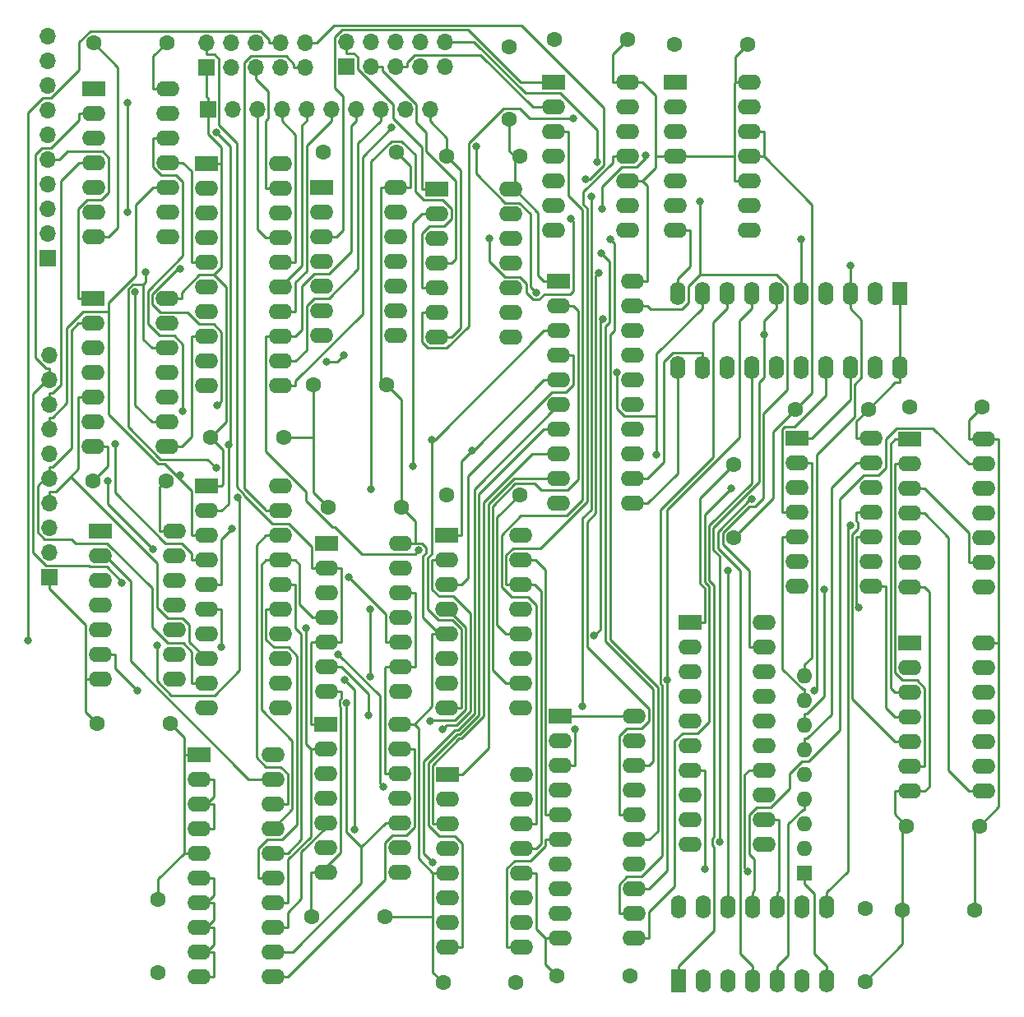
<source format=gbr>
%TF.GenerationSoftware,KiCad,Pcbnew,6.0.2+dfsg-1*%
%TF.CreationDate,2023-02-21T13:38:05-05:00*%
%TF.ProjectId,ALU,414c552e-6b69-4636-9164-5f7063625858,rev?*%
%TF.SameCoordinates,Original*%
%TF.FileFunction,Copper,L2,Bot*%
%TF.FilePolarity,Positive*%
%FSLAX46Y46*%
G04 Gerber Fmt 4.6, Leading zero omitted, Abs format (unit mm)*
G04 Created by KiCad (PCBNEW 6.0.2+dfsg-1) date 2023-02-21 13:38:05*
%MOMM*%
%LPD*%
G01*
G04 APERTURE LIST*
%TA.AperFunction,ComponentPad*%
%ADD10R,2.400000X1.600000*%
%TD*%
%TA.AperFunction,ComponentPad*%
%ADD11O,2.400000X1.600000*%
%TD*%
%TA.AperFunction,ComponentPad*%
%ADD12C,1.600000*%
%TD*%
%TA.AperFunction,ComponentPad*%
%ADD13R,1.700000X1.700000*%
%TD*%
%TA.AperFunction,ComponentPad*%
%ADD14O,1.700000X1.700000*%
%TD*%
%TA.AperFunction,ComponentPad*%
%ADD15O,1.600000X2.400000*%
%TD*%
%TA.AperFunction,ComponentPad*%
%ADD16R,1.600000X2.400000*%
%TD*%
%TA.AperFunction,ComponentPad*%
%ADD17O,1.600000X1.600000*%
%TD*%
%TA.AperFunction,ComponentPad*%
%ADD18R,1.600000X1.600000*%
%TD*%
%TA.AperFunction,ViaPad*%
%ADD19C,0.800000*%
%TD*%
%TA.AperFunction,Conductor*%
%ADD20C,0.250000*%
%TD*%
G04 APERTURE END LIST*
D10*
%TO.P,U15,1,A->B*%
%TO.N,VCC*%
X57850000Y-35040000D03*
D11*
%TO.P,U15,2,A0*%
%TO.N,Net-(U13-Pad3)*%
X57850000Y-37580000D03*
%TO.P,U15,3,A1*%
%TO.N,Net-(U13-Pad6)*%
X57850000Y-40120000D03*
%TO.P,U15,4,A2*%
%TO.N,Net-(U13-Pad8)*%
X57850000Y-42660000D03*
%TO.P,U15,5,A3*%
%TO.N,Net-(U13-Pad11)*%
X57850000Y-45200000D03*
%TO.P,U15,6,A4*%
%TO.N,Net-(U14-Pad3)*%
X57850000Y-47740000D03*
%TO.P,U15,7,A5*%
%TO.N,Net-(U14-Pad6)*%
X57850000Y-50280000D03*
%TO.P,U15,8,A6*%
%TO.N,Net-(U14-Pad8)*%
X57850000Y-52820000D03*
%TO.P,U15,9,A7*%
%TO.N,Net-(U14-Pad11)*%
X57850000Y-55360000D03*
%TO.P,U15,10,GND*%
%TO.N,GND*%
X57850000Y-57900000D03*
%TO.P,U15,11,B7*%
%TO.N,/Adder/Out_{7}*%
X65470000Y-57900000D03*
%TO.P,U15,12,B6*%
%TO.N,/Adder/Out_{6}*%
X65470000Y-55360000D03*
%TO.P,U15,13,B5*%
%TO.N,/Adder/Out_{5}*%
X65470000Y-52820000D03*
%TO.P,U15,14,B4*%
%TO.N,/Adder/Out_{4}*%
X65470000Y-50280000D03*
%TO.P,U15,15,B3*%
%TO.N,/Adder/Out_{3}*%
X65470000Y-47740000D03*
%TO.P,U15,16,B2*%
%TO.N,/Adder/Out_{2}*%
X65470000Y-45200000D03*
%TO.P,U15,17,B1*%
%TO.N,/Adder/Out_{1}*%
X65470000Y-42660000D03*
%TO.P,U15,18,B0*%
%TO.N,/Adder/Out_{0}*%
X65470000Y-40120000D03*
%TO.P,U15,19,CE*%
%TO.N,/NAND/~{NAND}*%
X65470000Y-37580000D03*
%TO.P,U15,20,VCC*%
%TO.N,VCC*%
X65470000Y-35040000D03*
%TD*%
D10*
%TO.P,U2,1*%
%TO.N,Net-(J5-Pad2)*%
X81540000Y-37635000D03*
D11*
%TO.P,U2,2*%
%TO.N,/Compare/RD != RS*%
X81540000Y-40175000D03*
%TO.P,U2,3*%
%TO.N,Net-(U2-Pad3)*%
X81540000Y-42715000D03*
%TO.P,U2,4*%
%TO.N,Net-(J5-Pad3)*%
X81540000Y-45255000D03*
%TO.P,U2,5*%
%TO.N,/Compare/RD == RS*%
X81540000Y-47795000D03*
%TO.P,U2,6*%
%TO.N,Net-(U2-Pad6)*%
X81540000Y-50335000D03*
%TO.P,U2,7,GND*%
%TO.N,GND*%
X81540000Y-52875000D03*
%TO.P,U2,8*%
%TO.N,unconnected-(U2-Pad8)*%
X89160000Y-52875000D03*
%TO.P,U2,9*%
%TO.N,unconnected-(U2-Pad9)*%
X89160000Y-50335000D03*
%TO.P,U2,10*%
%TO.N,unconnected-(U2-Pad10)*%
X89160000Y-47795000D03*
%TO.P,U2,11*%
%TO.N,unconnected-(U2-Pad11)*%
X89160000Y-45255000D03*
%TO.P,U2,12*%
%TO.N,unconnected-(U2-Pad12)*%
X89160000Y-42715000D03*
%TO.P,U2,13*%
%TO.N,unconnected-(U2-Pad13)*%
X89160000Y-40175000D03*
%TO.P,U2,14,VCC*%
%TO.N,VCC*%
X89160000Y-37635000D03*
%TD*%
D10*
%TO.P,U17,1,A->B*%
%TO.N,VCC*%
X107590000Y-82240000D03*
D11*
%TO.P,U17,2,A0*%
%TO.N,/Adder/RS_{0}*%
X107590000Y-84780000D03*
%TO.P,U17,3,A1*%
%TO.N,/Adder/RS_{1}*%
X107590000Y-87320000D03*
%TO.P,U17,4,A2*%
%TO.N,/Adder/RS_{2}*%
X107590000Y-89860000D03*
%TO.P,U17,5,A3*%
%TO.N,/Adder/RS_{3}*%
X107590000Y-92400000D03*
%TO.P,U17,6,A4*%
%TO.N,/Adder/RS_{4}*%
X107590000Y-94940000D03*
%TO.P,U17,7,A5*%
%TO.N,/Adder/RS_{5}*%
X107590000Y-97480000D03*
%TO.P,U17,8,A6*%
%TO.N,/Adder/RS_{6}*%
X107590000Y-100020000D03*
%TO.P,U17,9,A7*%
%TO.N,/Adder/RS_{7}*%
X107590000Y-102560000D03*
%TO.P,U17,10,GND*%
%TO.N,GND*%
X107590000Y-105100000D03*
%TO.P,U17,11,B7*%
%TO.N,Net-(RN1-Pad2)*%
X115210000Y-105100000D03*
%TO.P,U17,12,B6*%
%TO.N,Net-(RN1-Pad3)*%
X115210000Y-102560000D03*
%TO.P,U17,13,B5*%
%TO.N,Net-(RN1-Pad4)*%
X115210000Y-100020000D03*
%TO.P,U17,14,B4*%
%TO.N,Net-(RN1-Pad5)*%
X115210000Y-97480000D03*
%TO.P,U17,15,B3*%
%TO.N,Net-(RN1-Pad6)*%
X115210000Y-94940000D03*
%TO.P,U17,16,B2*%
%TO.N,Net-(RN1-Pad7)*%
X115210000Y-92400000D03*
%TO.P,U17,17,B1*%
%TO.N,Net-(RN1-Pad8)*%
X115210000Y-89860000D03*
%TO.P,U17,18,B0*%
%TO.N,Net-(RN1-Pad9)*%
X115210000Y-87320000D03*
%TO.P,U17,19,CE*%
%TO.N,/Compare/~{CMP}*%
X115210000Y-84780000D03*
%TO.P,U17,20,VCC*%
%TO.N,VCC*%
X115210000Y-82240000D03*
%TD*%
D10*
%TO.P,U6,1*%
%TO.N,/Adder/SUB*%
X70080000Y-92720000D03*
D11*
%TO.P,U6,2*%
%TO.N,Net-(U6-Pad2)*%
X70080000Y-95260000D03*
%TO.P,U6,3*%
%TO.N,Net-(U11-Pad16)*%
X70080000Y-97800000D03*
%TO.P,U6,4*%
%TO.N,/Adder/SUB*%
X70080000Y-100340000D03*
%TO.P,U6,5*%
%TO.N,Net-(U6-Pad5)*%
X70080000Y-102880000D03*
%TO.P,U6,6*%
%TO.N,Net-(U11-Pad4)*%
X70080000Y-105420000D03*
%TO.P,U6,7,GND*%
%TO.N,GND*%
X70080000Y-107960000D03*
%TO.P,U6,8*%
%TO.N,Net-(U11-Pad7)*%
X77700000Y-107960000D03*
%TO.P,U6,9*%
%TO.N,/Adder/SUB*%
X77700000Y-105420000D03*
%TO.P,U6,10*%
%TO.N,Net-(U6-Pad10)*%
X77700000Y-102880000D03*
%TO.P,U6,11*%
%TO.N,Net-(U11-Pad11)*%
X77700000Y-100340000D03*
%TO.P,U6,12*%
%TO.N,/Adder/SUB*%
X77700000Y-97800000D03*
%TO.P,U6,13*%
%TO.N,Net-(U6-Pad13)*%
X77700000Y-95260000D03*
%TO.P,U6,14,VCC*%
%TO.N,VCC*%
X77700000Y-92720000D03*
%TD*%
%TO.P,U7,14,VCC*%
%TO.N,VCC*%
X137870000Y-84405000D03*
%TO.P,U7,13*%
%TO.N,N/C*%
X137870000Y-86945000D03*
%TO.P,U7,12*%
X137870000Y-89485000D03*
%TO.P,U7,11*%
X137870000Y-92025000D03*
%TO.P,U7,10*%
%TO.N,Net-(U20-Pad6)*%
X137870000Y-94565000D03*
%TO.P,U7,9*%
%TO.N,Net-(U20-Pad3)*%
X137870000Y-97105000D03*
%TO.P,U7,8*%
%TO.N,Net-(U21-Pad4)*%
X137870000Y-99645000D03*
%TO.P,U7,7,GND*%
%TO.N,GND*%
X130250000Y-99645000D03*
%TO.P,U7,6*%
%TO.N,Net-(U21-Pad2)*%
X130250000Y-97105000D03*
%TO.P,U7,5*%
%TO.N,Net-(U19-Pad11)*%
X130250000Y-94565000D03*
%TO.P,U7,4*%
%TO.N,Net-(U19-Pad8)*%
X130250000Y-92025000D03*
%TO.P,U7,3*%
%TO.N,Net-(U21-Pad1)*%
X130250000Y-89485000D03*
%TO.P,U7,2*%
%TO.N,Net-(U19-Pad6)*%
X130250000Y-86945000D03*
D10*
%TO.P,U7,1*%
%TO.N,Net-(U19-Pad3)*%
X130250000Y-84405000D03*
%TD*%
D12*
%TO.P,C5,2*%
%TO.N,GND*%
X130190000Y-60045000D03*
%TO.P,C5,1*%
%TO.N,VCC*%
X137690000Y-60045000D03*
%TD*%
D11*
%TO.P,U21,14,VCC*%
%TO.N,VCC*%
X137850000Y-63410000D03*
%TO.P,U21,13*%
%TO.N,Net-(U20-Pad11)*%
X137850000Y-65950000D03*
%TO.P,U21,12*%
%TO.N,Net-(U20-Pad8)*%
X137850000Y-68490000D03*
%TO.P,U21,11*%
%TO.N,Net-(U21-Pad11)*%
X137850000Y-71030000D03*
%TO.P,U21,10*%
%TO.N,Net-(U21-Pad10)*%
X137850000Y-73570000D03*
%TO.P,U21,9*%
%TO.N,Net-(U21-Pad3)*%
X137850000Y-76110000D03*
%TO.P,U21,8*%
%TO.N,/Compare/RD != RS*%
X137850000Y-78650000D03*
%TO.P,U21,7,GND*%
%TO.N,GND*%
X130230000Y-78650000D03*
%TO.P,U21,6*%
%TO.N,Net-(U21-Pad10)*%
X130230000Y-76110000D03*
%TO.P,U21,5*%
%TO.N,Net-(U21-Pad11)*%
X130230000Y-73570000D03*
%TO.P,U21,4*%
%TO.N,Net-(U21-Pad4)*%
X130230000Y-71030000D03*
%TO.P,U21,3*%
%TO.N,Net-(U21-Pad3)*%
X130230000Y-68490000D03*
%TO.P,U21,2*%
%TO.N,Net-(U21-Pad2)*%
X130230000Y-65950000D03*
D10*
%TO.P,U21,1*%
%TO.N,Net-(U21-Pad1)*%
X130230000Y-63410000D03*
%TD*%
D12*
%TO.P,C19,1*%
%TO.N,VCC*%
X58260000Y-63225000D03*
%TO.P,C19,2*%
%TO.N,GND*%
X65760000Y-63225000D03*
%TD*%
%TO.P,C18,1*%
%TO.N,VCC*%
X76350000Y-57810000D03*
%TO.P,C18,2*%
%TO.N,GND*%
X68850000Y-57810000D03*
%TD*%
%TO.P,C1,1*%
%TO.N,VCC*%
X82590000Y-69130000D03*
%TO.P,C1,2*%
%TO.N,GND*%
X90090000Y-69130000D03*
%TD*%
%TO.P,C20,1*%
%TO.N,VCC*%
X77400000Y-33815000D03*
%TO.P,C20,2*%
%TO.N,GND*%
X69900000Y-33815000D03*
%TD*%
%TO.P,C17,1*%
%TO.N,VCC*%
X136960000Y-111850000D03*
%TO.P,C17,2*%
%TO.N,GND*%
X129460000Y-111850000D03*
%TD*%
%TO.P,C15,1*%
%TO.N,VCC*%
X90090000Y-34280000D03*
%TO.P,C15,2*%
%TO.N,GND*%
X82590000Y-34280000D03*
%TD*%
D10*
%TO.P,U16,1,A->B*%
%TO.N,VCC*%
X94120000Y-47145000D03*
D11*
%TO.P,U16,2,A0*%
%TO.N,/Adder/RD_{0}*%
X94120000Y-49685000D03*
%TO.P,U16,3,A1*%
%TO.N,/Adder/RD_{1}*%
X94120000Y-52225000D03*
%TO.P,U16,4,A2*%
%TO.N,/Adder/RD_{2}*%
X94120000Y-54765000D03*
%TO.P,U16,5,A3*%
%TO.N,/Adder/RD_{3}*%
X94120000Y-57305000D03*
%TO.P,U16,6,A4*%
%TO.N,/Adder/RD_{4}*%
X94120000Y-59845000D03*
%TO.P,U16,7,A5*%
%TO.N,/Adder/RD_{5}*%
X94120000Y-62385000D03*
%TO.P,U16,8,A6*%
%TO.N,/Adder/RD_{6}*%
X94120000Y-64925000D03*
%TO.P,U16,9,A7*%
%TO.N,/Adder/RD_{7}*%
X94120000Y-67465000D03*
%TO.P,U16,10,GND*%
%TO.N,GND*%
X94120000Y-70005000D03*
%TO.P,U16,11,B7*%
%TO.N,Net-(U16-Pad11)*%
X101740000Y-70005000D03*
%TO.P,U16,12,B6*%
%TO.N,Net-(U16-Pad12)*%
X101740000Y-67465000D03*
%TO.P,U16,13,B5*%
%TO.N,Net-(U16-Pad13)*%
X101740000Y-64925000D03*
%TO.P,U16,14,B4*%
%TO.N,Net-(U16-Pad14)*%
X101740000Y-62385000D03*
%TO.P,U16,15,B3*%
%TO.N,Net-(U16-Pad15)*%
X101740000Y-59845000D03*
%TO.P,U16,16,B2*%
%TO.N,Net-(U16-Pad16)*%
X101740000Y-57305000D03*
%TO.P,U16,17,B1*%
%TO.N,Net-(U16-Pad17)*%
X101740000Y-54765000D03*
%TO.P,U16,18,B0*%
%TO.N,Net-(U16-Pad18)*%
X101740000Y-52225000D03*
%TO.P,U16,19,CE*%
%TO.N,/Compare/~{CMP}*%
X101740000Y-49685000D03*
%TO.P,U16,20,VCC*%
%TO.N,VCC*%
X101740000Y-47145000D03*
%TD*%
D10*
%TO.P,U12,1,A->B*%
%TO.N,VCC*%
X94250000Y-91925000D03*
D11*
%TO.P,U12,2,A0*%
%TO.N,Net-(U10-Pad9)*%
X94250000Y-94465000D03*
%TO.P,U12,3,A1*%
%TO.N,Net-(U10-Pad6)*%
X94250000Y-97005000D03*
%TO.P,U12,4,A2*%
%TO.N,Net-(U10-Pad2)*%
X94250000Y-99545000D03*
%TO.P,U12,5,A3*%
%TO.N,Net-(U10-Pad15)*%
X94250000Y-102085000D03*
%TO.P,U12,6,A4*%
%TO.N,Net-(U11-Pad9)*%
X94250000Y-104625000D03*
%TO.P,U12,7,A5*%
%TO.N,Net-(U11-Pad6)*%
X94250000Y-107165000D03*
%TO.P,U12,8,A6*%
%TO.N,Net-(U11-Pad2)*%
X94250000Y-109705000D03*
%TO.P,U12,9,A7*%
%TO.N,Net-(U11-Pad15)*%
X94250000Y-112245000D03*
%TO.P,U12,10,GND*%
%TO.N,GND*%
X94250000Y-114785000D03*
%TO.P,U12,11,B7*%
%TO.N,/Adder/Out_{7}*%
X101870000Y-114785000D03*
%TO.P,U12,12,B6*%
%TO.N,/Adder/Out_{6}*%
X101870000Y-112245000D03*
%TO.P,U12,13,B5*%
%TO.N,/Adder/Out_{5}*%
X101870000Y-109705000D03*
%TO.P,U12,14,B4*%
%TO.N,/Adder/Out_{4}*%
X101870000Y-107165000D03*
%TO.P,U12,15,B3*%
%TO.N,/Adder/Out_{3}*%
X101870000Y-104625000D03*
%TO.P,U12,16,B2*%
%TO.N,/Adder/Out_{2}*%
X101870000Y-102085000D03*
%TO.P,U12,17,B1*%
%TO.N,/Adder/Out_{1}*%
X101870000Y-99545000D03*
%TO.P,U12,18,B0*%
%TO.N,/Adder/Out_{0}*%
X101870000Y-97005000D03*
%TO.P,U12,19,CE*%
%TO.N,/Adder/~{Adder}*%
X101870000Y-94465000D03*
%TO.P,U12,20,VCC*%
%TO.N,VCC*%
X101870000Y-91925000D03*
%TD*%
D10*
%TO.P,U9,1,A->B*%
%TO.N,VCC*%
X57080000Y-95850000D03*
D11*
%TO.P,U9,2,A0*%
%TO.N,GND*%
X57080000Y-98390000D03*
%TO.P,U9,3,A1*%
X57080000Y-100930000D03*
%TO.P,U9,4,A2*%
X57080000Y-103470000D03*
%TO.P,U9,5,A3*%
%TO.N,VCC*%
X57080000Y-106010000D03*
%TO.P,U9,6,A4*%
%TO.N,GND*%
X57080000Y-108550000D03*
%TO.P,U9,7,A5*%
X57080000Y-111090000D03*
%TO.P,U9,8,A6*%
X57080000Y-113630000D03*
%TO.P,U9,9,A7*%
X57080000Y-116170000D03*
%TO.P,U9,10,GND*%
X57080000Y-118710000D03*
%TO.P,U9,11,B7*%
%TO.N,Net-(U6-Pad13)*%
X64700000Y-118710000D03*
%TO.P,U9,12,B6*%
%TO.N,Net-(U6-Pad10)*%
X64700000Y-116170000D03*
%TO.P,U9,13,B5*%
%TO.N,Net-(U6-Pad5)*%
X64700000Y-113630000D03*
%TO.P,U9,14,B4*%
%TO.N,Net-(U6-Pad2)*%
X64700000Y-111090000D03*
%TO.P,U9,15,B3*%
%TO.N,Net-(U4-Pad13)*%
X64700000Y-108550000D03*
%TO.P,U9,16,B2*%
%TO.N,Net-(U4-Pad10)*%
X64700000Y-106010000D03*
%TO.P,U9,17,B1*%
%TO.N,Net-(U4-Pad4)*%
X64700000Y-103470000D03*
%TO.P,U9,18,B0*%
%TO.N,Net-(U4-Pad1)*%
X64700000Y-100930000D03*
%TO.P,U9,19,CE*%
%TO.N,Net-(U5-Pad2)*%
X64700000Y-98390000D03*
%TO.P,U9,20,VCC*%
%TO.N,VCC*%
X64700000Y-95850000D03*
%TD*%
D10*
%TO.P,U8,1,A->B*%
%TO.N,VCC*%
X57850000Y-68240000D03*
D11*
%TO.P,U8,2,A0*%
%TO.N,/Adder/RS_{3}*%
X57850000Y-70780000D03*
%TO.P,U8,3,A1*%
%TO.N,/Adder/RS_{2}*%
X57850000Y-73320000D03*
%TO.P,U8,4,A2*%
%TO.N,/Adder/RS_{1}*%
X57850000Y-75860000D03*
%TO.P,U8,5,A3*%
%TO.N,/Adder/RS_{0}*%
X57850000Y-78400000D03*
%TO.P,U8,6,A4*%
%TO.N,/Adder/RS_{7}*%
X57850000Y-80940000D03*
%TO.P,U8,7,A5*%
%TO.N,/Adder/RS_{6}*%
X57850000Y-83480000D03*
%TO.P,U8,8,A6*%
%TO.N,/Adder/RS_{5}*%
X57850000Y-86020000D03*
%TO.P,U8,9,A7*%
%TO.N,/Adder/RS_{4}*%
X57850000Y-88560000D03*
%TO.P,U8,10,GND*%
%TO.N,GND*%
X57850000Y-91100000D03*
%TO.P,U8,11,B7*%
%TO.N,Net-(U6-Pad13)*%
X65470000Y-91100000D03*
%TO.P,U8,12,B6*%
%TO.N,Net-(U6-Pad10)*%
X65470000Y-88560000D03*
%TO.P,U8,13,B5*%
%TO.N,Net-(U6-Pad5)*%
X65470000Y-86020000D03*
%TO.P,U8,14,B4*%
%TO.N,Net-(U6-Pad2)*%
X65470000Y-83480000D03*
%TO.P,U8,15,B3*%
%TO.N,Net-(U4-Pad13)*%
X65470000Y-80940000D03*
%TO.P,U8,16,B2*%
%TO.N,Net-(U4-Pad10)*%
X65470000Y-78400000D03*
%TO.P,U8,17,B1*%
%TO.N,Net-(U4-Pad4)*%
X65470000Y-75860000D03*
%TO.P,U8,18,B0*%
%TO.N,Net-(U4-Pad1)*%
X65470000Y-73320000D03*
%TO.P,U8,19,CE*%
%TO.N,/Adder/~{RS}{slash}1*%
X65470000Y-70780000D03*
%TO.P,U8,20,VCC*%
%TO.N,VCC*%
X65470000Y-68240000D03*
%TD*%
D12*
%TO.P,C22,1*%
%TO.N,VCC*%
X101410000Y-118620000D03*
%TO.P,C22,2*%
%TO.N,GND*%
X93910000Y-118620000D03*
%TD*%
D13*
%TO.P,J4,1,Pin_1*%
%TO.N,VCC*%
X57970000Y-29440000D03*
D14*
%TO.P,J4,2,Pin_2*%
%TO.N,/Adder/Out_{0}*%
X60510000Y-29440000D03*
%TO.P,J4,3,Pin_3*%
%TO.N,/Adder/Out_{1}*%
X63050000Y-29440000D03*
%TO.P,J4,4,Pin_4*%
%TO.N,/Adder/Out_{2}*%
X65590000Y-29440000D03*
%TO.P,J4,5,Pin_5*%
%TO.N,/Adder/Out_{3}*%
X68130000Y-29440000D03*
%TO.P,J4,6,Pin_6*%
%TO.N,/Adder/Out_{4}*%
X70670000Y-29440000D03*
%TO.P,J4,7,Pin_7*%
%TO.N,/Adder/Out_{5}*%
X73210000Y-29440000D03*
%TO.P,J4,8,Pin_8*%
%TO.N,/Adder/Out_{6}*%
X75750000Y-29440000D03*
%TO.P,J4,9,Pin_9*%
%TO.N,/Adder/Out_{7}*%
X78290000Y-29440000D03*
%TO.P,J4,10,Pin_10*%
%TO.N,GND*%
X80830000Y-29440000D03*
%TD*%
D10*
%TO.P,U22,1*%
%TO.N,Net-(J3-Pad7)*%
X69680000Y-37460000D03*
D11*
%TO.P,U22,2*%
%TO.N,Net-(J3-Pad3)*%
X69680000Y-40000000D03*
%TO.P,U22,3*%
%TO.N,/CLK*%
X69680000Y-42540000D03*
%TO.P,U22,4*%
%TO.N,N/C*%
X69680000Y-45080000D03*
%TO.P,U22,5*%
X69680000Y-47620000D03*
%TO.P,U22,6*%
X69680000Y-50160000D03*
%TO.P,U22,7,GND*%
%TO.N,GND*%
X69680000Y-52700000D03*
%TO.P,U22,8*%
%TO.N,N/C*%
X77300000Y-52700000D03*
%TO.P,U22,9*%
X77300000Y-50160000D03*
%TO.P,U22,10*%
X77300000Y-47620000D03*
%TO.P,U22,11*%
X77300000Y-45080000D03*
%TO.P,U22,12*%
X77300000Y-42540000D03*
%TO.P,U22,13*%
X77300000Y-40000000D03*
%TO.P,U22,14,VCC*%
%TO.N,VCC*%
X77300000Y-37460000D03*
%TD*%
D12*
%TO.P,C10,2*%
%TO.N,GND*%
X125620000Y-119230000D03*
%TO.P,C10,1*%
%TO.N,VCC*%
X125620000Y-111730000D03*
%TD*%
%TO.P,C3,1*%
%TO.N,VCC*%
X77880000Y-70410000D03*
%TO.P,C3,2*%
%TO.N,GND*%
X70380000Y-70410000D03*
%TD*%
D10*
%TO.P,U10,1,A4*%
%TO.N,/Adder/RD_{3}*%
X82570000Y-73270000D03*
D11*
%TO.P,U10,2,S3*%
%TO.N,Net-(U10-Pad2)*%
X82570000Y-75810000D03*
%TO.P,U10,3,A3*%
%TO.N,/Adder/RD_{2}*%
X82570000Y-78350000D03*
%TO.P,U10,4,B3*%
%TO.N,Net-(U10-Pad4)*%
X82570000Y-80890000D03*
%TO.P,U10,5,VCC*%
%TO.N,VCC*%
X82570000Y-83430000D03*
%TO.P,U10,6,S2*%
%TO.N,Net-(U10-Pad6)*%
X82570000Y-85970000D03*
%TO.P,U10,7,B2*%
%TO.N,Net-(U10-Pad7)*%
X82570000Y-88510000D03*
%TO.P,U10,8,A2*%
%TO.N,/Adder/RD_{1}*%
X82570000Y-91050000D03*
%TO.P,U10,9,S1*%
%TO.N,Net-(U10-Pad9)*%
X90190000Y-91050000D03*
%TO.P,U10,10,A1*%
%TO.N,/Adder/RD_{0}*%
X90190000Y-88510000D03*
%TO.P,U10,11,B1*%
%TO.N,Net-(U10-Pad11)*%
X90190000Y-85970000D03*
%TO.P,U10,12,GND*%
%TO.N,GND*%
X90190000Y-83430000D03*
%TO.P,U10,13,C0*%
%TO.N,/Adder/SUB*%
X90190000Y-80890000D03*
%TO.P,U10,14,C4*%
%TO.N,/Adder/C_{Flag}*%
X90190000Y-78350000D03*
%TO.P,U10,15,S4*%
%TO.N,Net-(U10-Pad15)*%
X90190000Y-75810000D03*
%TO.P,U10,16,B4*%
%TO.N,Net-(U10-Pad16)*%
X90190000Y-73270000D03*
%TD*%
D12*
%TO.P,C2,2*%
%TO.N,GND*%
X118490000Y-60295000D03*
%TO.P,C2,1*%
%TO.N,VCC*%
X125990000Y-60295000D03*
%TD*%
D10*
%TO.P,U11,1,A4*%
%TO.N,/Adder/RD_{7}*%
X82670000Y-97890000D03*
D11*
%TO.P,U11,2,S3*%
%TO.N,Net-(U11-Pad2)*%
X82670000Y-100430000D03*
%TO.P,U11,3,A3*%
%TO.N,/Adder/RD_{6}*%
X82670000Y-102970000D03*
%TO.P,U11,4,B3*%
%TO.N,Net-(U11-Pad4)*%
X82670000Y-105510000D03*
%TO.P,U11,5,VCC*%
%TO.N,VCC*%
X82670000Y-108050000D03*
%TO.P,U11,6,S2*%
%TO.N,Net-(U11-Pad6)*%
X82670000Y-110590000D03*
%TO.P,U11,7,B2*%
%TO.N,Net-(U11-Pad7)*%
X82670000Y-113130000D03*
%TO.P,U11,8,A2*%
%TO.N,/Adder/RD_{5}*%
X82670000Y-115670000D03*
%TO.P,U11,9,S1*%
%TO.N,Net-(U11-Pad9)*%
X90290000Y-115670000D03*
%TO.P,U11,10,A1*%
%TO.N,/Adder/RD_{4}*%
X90290000Y-113130000D03*
%TO.P,U11,11,B1*%
%TO.N,Net-(U11-Pad11)*%
X90290000Y-110590000D03*
%TO.P,U11,12,GND*%
%TO.N,GND*%
X90290000Y-108050000D03*
%TO.P,U11,13,C0*%
%TO.N,/Adder/C_{Flag}*%
X90290000Y-105510000D03*
%TO.P,U11,14,C4*%
%TO.N,/Adder/C_{Out}*%
X90290000Y-102970000D03*
%TO.P,U11,15,S4*%
%TO.N,Net-(U11-Pad15)*%
X90290000Y-100430000D03*
%TO.P,U11,16,B4*%
%TO.N,Net-(U11-Pad16)*%
X90290000Y-97890000D03*
%TD*%
D12*
%TO.P,C21,1*%
%TO.N,VCC*%
X52880000Y-110800000D03*
%TO.P,C21,2*%
%TO.N,GND*%
X52880000Y-118300000D03*
%TD*%
%TO.P,C16,1*%
%TO.N,VCC*%
X89010000Y-30460000D03*
%TO.P,C16,2*%
%TO.N,GND*%
X89010000Y-22960000D03*
%TD*%
D15*
%TO.P,U18,20,VCC*%
%TO.N,VCC*%
X129185000Y-56030000D03*
%TO.P,U18,19,CE*%
%TO.N,Net-(U18-Pad19)*%
X126645000Y-56030000D03*
%TO.P,U18,18,B0*%
%TO.N,Net-(U16-Pad18)*%
X124105000Y-56030000D03*
%TO.P,U18,17,B1*%
%TO.N,Net-(U16-Pad17)*%
X121565000Y-56030000D03*
%TO.P,U18,16,B2*%
%TO.N,Net-(U16-Pad16)*%
X119025000Y-56030000D03*
%TO.P,U18,15,B3*%
%TO.N,Net-(U16-Pad15)*%
X116485000Y-56030000D03*
%TO.P,U18,14,B4*%
%TO.N,Net-(U16-Pad14)*%
X113945000Y-56030000D03*
%TO.P,U18,13,B5*%
%TO.N,Net-(U16-Pad13)*%
X111405000Y-56030000D03*
%TO.P,U18,12,B6*%
%TO.N,Net-(U16-Pad12)*%
X108865000Y-56030000D03*
%TO.P,U18,11,B7*%
%TO.N,Net-(U16-Pad11)*%
X106325000Y-56030000D03*
%TO.P,U18,10,GND*%
%TO.N,GND*%
X106325000Y-48410000D03*
%TO.P,U18,9,A7*%
%TO.N,/Adder/Out_{7}*%
X108865000Y-48410000D03*
%TO.P,U18,8,A6*%
%TO.N,/Adder/Out_{6}*%
X111405000Y-48410000D03*
%TO.P,U18,7,A5*%
%TO.N,/Adder/Out_{5}*%
X113945000Y-48410000D03*
%TO.P,U18,6,A4*%
%TO.N,/Adder/Out_{4}*%
X116485000Y-48410000D03*
%TO.P,U18,5,A3*%
%TO.N,/Adder/Out_{3}*%
X119025000Y-48410000D03*
%TO.P,U18,4,A2*%
%TO.N,/Adder/Out_{2}*%
X121565000Y-48410000D03*
%TO.P,U18,3,A1*%
%TO.N,/Adder/Out_{1}*%
X124105000Y-48410000D03*
%TO.P,U18,2,A0*%
%TO.N,/Adder/Out_{0}*%
X126645000Y-48410000D03*
D16*
%TO.P,U18,1,A->B*%
%TO.N,VCC*%
X129185000Y-48410000D03*
%TD*%
D13*
%TO.P,J5,1,Pin_1*%
%TO.N,VCC*%
X72220000Y-24990000D03*
D14*
%TO.P,J5,2,Pin_2*%
%TO.N,Net-(J5-Pad2)*%
X72220000Y-22450000D03*
%TO.P,J5,3,Pin_3*%
%TO.N,Net-(J5-Pad3)*%
X74760000Y-24990000D03*
%TO.P,J5,4,Pin_4*%
%TO.N,Net-(J5-Pad4)*%
X74760000Y-22450000D03*
%TO.P,J5,5,Pin_5*%
%TO.N,Net-(J5-Pad5)*%
X77300000Y-24990000D03*
%TO.P,J5,6,Pin_6*%
%TO.N,GND*%
X77300000Y-22450000D03*
%TO.P,J5,7,Pin_7*%
%TO.N,Net-(J5-Pad7)*%
X79840000Y-24990000D03*
%TO.P,J5,8,Pin_8*%
%TO.N,Net-(J5-Pad8)*%
X79840000Y-22450000D03*
%TO.P,J5,9,Pin_9*%
%TO.N,Net-(J5-Pad9)*%
X82380000Y-24990000D03*
%TO.P,J5,10,Pin_10*%
%TO.N,Net-(J5-Pad10)*%
X82380000Y-22450000D03*
%TD*%
D10*
%TO.P,U3,1,C*%
%TO.N,/CLK*%
X106080000Y-26655000D03*
D11*
%TO.P,U3,2,K*%
%TO.N,Net-(U2-Pad6)*%
X106080000Y-29195000D03*
%TO.P,U3,3,J*%
%TO.N,Net-(U2-Pad3)*%
X106080000Y-31735000D03*
%TO.P,U3,4,~{S}*%
%TO.N,VCC*%
X106080000Y-34275000D03*
%TO.P,U3,5,Q*%
%TO.N,Net-(J5-Pad9)*%
X106080000Y-36815000D03*
%TO.P,U3,6,~{Q}*%
%TO.N,Net-(J5-Pad10)*%
X106080000Y-39355000D03*
%TO.P,U3,7,GND*%
%TO.N,GND*%
X106080000Y-41895000D03*
%TO.P,U3,8,~{Q}*%
%TO.N,unconnected-(U3-Pad8)*%
X113700000Y-41895000D03*
%TO.P,U3,9,Q*%
%TO.N,unconnected-(U3-Pad9)*%
X113700000Y-39355000D03*
%TO.P,U3,10,~{S}*%
%TO.N,VCC*%
X113700000Y-36815000D03*
%TO.P,U3,11,J*%
%TO.N,GND*%
X113700000Y-34275000D03*
%TO.P,U3,12,K*%
X113700000Y-31735000D03*
%TO.P,U3,13,C*%
%TO.N,/CLK*%
X113700000Y-29195000D03*
%TO.P,U3,14,VCC*%
%TO.N,VCC*%
X113700000Y-26655000D03*
%TD*%
D12*
%TO.P,C12,1*%
%TO.N,VCC*%
X53680000Y-67655000D03*
%TO.P,C12,2*%
%TO.N,GND*%
X46180000Y-67655000D03*
%TD*%
D13*
%TO.P,J2,1,Pin_1*%
%TO.N,GND*%
X41675000Y-77580000D03*
D14*
%TO.P,J2,2,Pin_2*%
%TO.N,/Adder/RS_{7}*%
X41675000Y-75040000D03*
%TO.P,J2,3,Pin_3*%
%TO.N,/Adder/RS_{6}*%
X41675000Y-72500000D03*
%TO.P,J2,4,Pin_4*%
%TO.N,/Adder/RS_{5}*%
X41675000Y-69960000D03*
%TO.P,J2,5,Pin_5*%
%TO.N,/Adder/RS_{4}*%
X41675000Y-67420000D03*
%TO.P,J2,6,Pin_6*%
%TO.N,/Adder/RS_{3}*%
X41675000Y-64880000D03*
%TO.P,J2,7,Pin_7*%
%TO.N,/Adder/RS_{2}*%
X41675000Y-62340000D03*
%TO.P,J2,8,Pin_8*%
%TO.N,/Adder/RS_{1}*%
X41675000Y-59800000D03*
%TO.P,J2,9,Pin_9*%
%TO.N,/Adder/RS_{0}*%
X41675000Y-57260000D03*
%TO.P,J2,10,Pin_10*%
%TO.N,VCC*%
X41675000Y-54720000D03*
%TD*%
D10*
%TO.P,U1,1,C*%
%TO.N,/CLK*%
X93595500Y-26639500D03*
D11*
%TO.P,U1,2,K*%
%TO.N,Net-(J5-Pad5)*%
X93595500Y-29179500D03*
%TO.P,U1,3,J*%
%TO.N,/Adder/C_{Out}*%
X93595500Y-31719500D03*
%TO.P,U1,4,~{S}*%
%TO.N,VCC*%
X93595500Y-34259500D03*
%TO.P,U1,5,Q*%
%TO.N,Net-(J5-Pad7)*%
X93595500Y-36799500D03*
%TO.P,U1,6,~{Q}*%
%TO.N,unconnected-(U1-Pad6)*%
X93595500Y-39339500D03*
%TO.P,U1,7,GND*%
%TO.N,GND*%
X93595500Y-41879500D03*
%TO.P,U1,8,~{Q}*%
%TO.N,unconnected-(U1-Pad8)*%
X101215500Y-41879500D03*
%TO.P,U1,9,Q*%
%TO.N,Net-(J5-Pad8)*%
X101215500Y-39339500D03*
%TO.P,U1,10,~{S}*%
%TO.N,VCC*%
X101215500Y-36799500D03*
%TO.P,U1,11,J*%
%TO.N,/Adder/C_{Flag}*%
X101215500Y-34259500D03*
%TO.P,U1,12,K*%
%TO.N,Net-(J5-Pad4)*%
X101215500Y-31719500D03*
%TO.P,U1,13,C*%
%TO.N,/CLK*%
X101215500Y-29179500D03*
%TO.P,U1,14,VCC*%
%TO.N,VCC*%
X101215500Y-26639500D03*
%TD*%
D10*
%TO.P,U13,1*%
%TO.N,/Adder/RD_{0}*%
X46280000Y-27290000D03*
D11*
%TO.P,U13,2*%
%TO.N,/Adder/RS_{0}*%
X46280000Y-29830000D03*
%TO.P,U13,3*%
%TO.N,Net-(U13-Pad3)*%
X46280000Y-32370000D03*
%TO.P,U13,4*%
%TO.N,/Adder/RS_{1}*%
X46280000Y-34910000D03*
%TO.P,U13,5*%
%TO.N,/Adder/RD_{1}*%
X46280000Y-37450000D03*
%TO.P,U13,6*%
%TO.N,Net-(U13-Pad6)*%
X46280000Y-39990000D03*
%TO.P,U13,7,GND*%
%TO.N,GND*%
X46280000Y-42530000D03*
%TO.P,U13,8*%
%TO.N,Net-(U13-Pad8)*%
X53900000Y-42530000D03*
%TO.P,U13,9*%
%TO.N,/Adder/RD_{2}*%
X53900000Y-39990000D03*
%TO.P,U13,10*%
%TO.N,/Adder/RS_{2}*%
X53900000Y-37450000D03*
%TO.P,U13,11*%
%TO.N,Net-(U13-Pad11)*%
X53900000Y-34910000D03*
%TO.P,U13,12*%
%TO.N,/Adder/RD_{3}*%
X53900000Y-32370000D03*
%TO.P,U13,13*%
%TO.N,/Adder/RS_{3}*%
X53900000Y-29830000D03*
%TO.P,U13,14,VCC*%
%TO.N,VCC*%
X53900000Y-27290000D03*
%TD*%
D15*
%TO.P,U20,14,VCC*%
%TO.N,VCC*%
X106425000Y-111580000D03*
%TO.P,U20,13*%
%TO.N,Net-(RN1-Pad2)*%
X108965000Y-111580000D03*
%TO.P,U20,12*%
%TO.N,Net-(U16-Pad11)*%
X111505000Y-111580000D03*
%TO.P,U20,11*%
%TO.N,Net-(U20-Pad11)*%
X114045000Y-111580000D03*
%TO.P,U20,10*%
%TO.N,Net-(RN1-Pad3)*%
X116585000Y-111580000D03*
%TO.P,U20,9*%
%TO.N,Net-(U16-Pad12)*%
X119125000Y-111580000D03*
%TO.P,U20,8*%
%TO.N,Net-(U20-Pad8)*%
X121665000Y-111580000D03*
%TO.P,U20,7,GND*%
%TO.N,GND*%
X121665000Y-119200000D03*
%TO.P,U20,6*%
%TO.N,Net-(U20-Pad6)*%
X119125000Y-119200000D03*
%TO.P,U20,5*%
%TO.N,Net-(RN1-Pad4)*%
X116585000Y-119200000D03*
%TO.P,U20,4*%
%TO.N,Net-(U16-Pad13)*%
X114045000Y-119200000D03*
%TO.P,U20,3*%
%TO.N,Net-(U20-Pad3)*%
X111505000Y-119200000D03*
%TO.P,U20,2*%
%TO.N,Net-(RN1-Pad5)*%
X108965000Y-119200000D03*
D16*
%TO.P,U20,1*%
%TO.N,Net-(U16-Pad14)*%
X106425000Y-119200000D03*
%TD*%
D12*
%TO.P,C11,1*%
%TO.N,VCC*%
X54090000Y-92670000D03*
%TO.P,C11,2*%
%TO.N,GND*%
X46590000Y-92670000D03*
%TD*%
%TO.P,C9,1*%
%TO.N,VCC*%
X76200000Y-112585000D03*
%TO.P,C9,2*%
%TO.N,GND*%
X68700000Y-112585000D03*
%TD*%
%TO.P,C13,1*%
%TO.N,VCC*%
X113520000Y-22730000D03*
%TO.P,C13,2*%
%TO.N,GND*%
X106020000Y-22730000D03*
%TD*%
%TO.P,C8,1*%
%TO.N,VCC*%
X53740000Y-22595000D03*
%TO.P,C8,2*%
%TO.N,GND*%
X46240000Y-22595000D03*
%TD*%
%TO.P,C14,1*%
%TO.N,VCC*%
X112110000Y-66020000D03*
%TO.P,C14,2*%
%TO.N,GND*%
X112110000Y-73520000D03*
%TD*%
D10*
%TO.P,U5,1*%
%TO.N,/Adder/~{RS}{slash}1*%
X46920000Y-72835000D03*
D11*
%TO.P,U5,2*%
%TO.N,Net-(U5-Pad2)*%
X46920000Y-75375000D03*
%TO.P,U5,3*%
%TO.N,/Compare/RD != RS*%
X46920000Y-77915000D03*
%TO.P,U5,4*%
%TO.N,/Compare/RD == RS*%
X46920000Y-80455000D03*
%TO.P,U5,5*%
%TO.N,/Compare/~{CMP}*%
X46920000Y-82995000D03*
%TO.P,U5,6*%
%TO.N,Net-(U18-Pad19)*%
X46920000Y-85535000D03*
%TO.P,U5,7,GND*%
%TO.N,GND*%
X46920000Y-88075000D03*
%TO.P,U5,8*%
%TO.N,unconnected-(U5-Pad8)*%
X54540000Y-88075000D03*
%TO.P,U5,9*%
%TO.N,unconnected-(U5-Pad9)*%
X54540000Y-85535000D03*
%TO.P,U5,10*%
%TO.N,unconnected-(U5-Pad10)*%
X54540000Y-82995000D03*
%TO.P,U5,11*%
%TO.N,unconnected-(U5-Pad11)*%
X54540000Y-80455000D03*
%TO.P,U5,12*%
%TO.N,unconnected-(U5-Pad12)*%
X54540000Y-77915000D03*
%TO.P,U5,13*%
%TO.N,unconnected-(U5-Pad13)*%
X54540000Y-75375000D03*
%TO.P,U5,14,VCC*%
%TO.N,VCC*%
X54540000Y-72835000D03*
%TD*%
D13*
%TO.P,J1,1,Pin_1*%
%TO.N,GND*%
X41485000Y-44780000D03*
D14*
%TO.P,J1,2,Pin_2*%
%TO.N,/Adder/RD_{7}*%
X41485000Y-42240000D03*
%TO.P,J1,3,Pin_3*%
%TO.N,/Adder/RD_{6}*%
X41485000Y-39700000D03*
%TO.P,J1,4,Pin_4*%
%TO.N,/Adder/RD_{5}*%
X41485000Y-37160000D03*
%TO.P,J1,5,Pin_5*%
%TO.N,/Adder/RD_{4}*%
X41485000Y-34620000D03*
%TO.P,J1,6,Pin_6*%
%TO.N,/Adder/RD_{3}*%
X41485000Y-32080000D03*
%TO.P,J1,7,Pin_7*%
%TO.N,/Adder/RD_{2}*%
X41485000Y-29540000D03*
%TO.P,J1,8,Pin_8*%
%TO.N,/Adder/RD_{1}*%
X41485000Y-27000000D03*
%TO.P,J1,9,Pin_9*%
%TO.N,/Adder/RD_{0}*%
X41485000Y-24460000D03*
%TO.P,J1,10,Pin_10*%
%TO.N,VCC*%
X41485000Y-21920000D03*
%TD*%
D12*
%TO.P,C4,2*%
%TO.N,GND*%
X129930000Y-103210000D03*
%TO.P,C4,1*%
%TO.N,VCC*%
X137430000Y-103210000D03*
%TD*%
D10*
%TO.P,U14,1*%
%TO.N,/Adder/RD_{4}*%
X46160000Y-48925000D03*
D11*
%TO.P,U14,2*%
%TO.N,/Adder/RS_{4}*%
X46160000Y-51465000D03*
%TO.P,U14,3*%
%TO.N,Net-(U14-Pad3)*%
X46160000Y-54005000D03*
%TO.P,U14,4*%
%TO.N,/Adder/RD_{5}*%
X46160000Y-56545000D03*
%TO.P,U14,5*%
%TO.N,/Adder/RS_{5}*%
X46160000Y-59085000D03*
%TO.P,U14,6*%
%TO.N,Net-(U14-Pad6)*%
X46160000Y-61625000D03*
%TO.P,U14,7,GND*%
%TO.N,GND*%
X46160000Y-64165000D03*
%TO.P,U14,8*%
%TO.N,Net-(U14-Pad8)*%
X53780000Y-64165000D03*
%TO.P,U14,9*%
%TO.N,/Adder/RD_{6}*%
X53780000Y-61625000D03*
%TO.P,U14,10*%
%TO.N,/Adder/RS_{6}*%
X53780000Y-59085000D03*
%TO.P,U14,11*%
%TO.N,Net-(U14-Pad11)*%
X53780000Y-56545000D03*
%TO.P,U14,12*%
%TO.N,/Adder/RD_{7}*%
X53780000Y-54005000D03*
%TO.P,U14,13*%
%TO.N,/Adder/RS_{7}*%
X53780000Y-51465000D03*
%TO.P,U14,14,VCC*%
%TO.N,VCC*%
X53780000Y-48925000D03*
%TD*%
D12*
%TO.P,C7,1*%
%TO.N,VCC*%
X101165500Y-22244500D03*
%TO.P,C7,2*%
%TO.N,GND*%
X93665500Y-22244500D03*
%TD*%
%TO.P,C6,1*%
%TO.N,VCC*%
X82210000Y-119380000D03*
%TO.P,C6,2*%
%TO.N,GND*%
X89710000Y-119380000D03*
%TD*%
D10*
%TO.P,U4,1*%
%TO.N,Net-(U4-Pad1)*%
X70200000Y-74105000D03*
D11*
%TO.P,U4,2*%
%TO.N,/Adder/SUB*%
X70200000Y-76645000D03*
%TO.P,U4,3*%
%TO.N,Net-(U10-Pad16)*%
X70200000Y-79185000D03*
%TO.P,U4,4*%
%TO.N,Net-(U4-Pad4)*%
X70200000Y-81725000D03*
%TO.P,U4,5*%
%TO.N,/Adder/SUB*%
X70200000Y-84265000D03*
%TO.P,U4,6*%
%TO.N,Net-(U10-Pad4)*%
X70200000Y-86805000D03*
%TO.P,U4,7,GND*%
%TO.N,GND*%
X70200000Y-89345000D03*
%TO.P,U4,8*%
%TO.N,Net-(U10-Pad7)*%
X77820000Y-89345000D03*
%TO.P,U4,9*%
%TO.N,/Adder/SUB*%
X77820000Y-86805000D03*
%TO.P,U4,10*%
%TO.N,Net-(U4-Pad10)*%
X77820000Y-84265000D03*
%TO.P,U4,11*%
%TO.N,Net-(U10-Pad11)*%
X77820000Y-81725000D03*
%TO.P,U4,12*%
%TO.N,/Adder/SUB*%
X77820000Y-79185000D03*
%TO.P,U4,13*%
%TO.N,Net-(U4-Pad13)*%
X77820000Y-76645000D03*
%TO.P,U4,14,VCC*%
%TO.N,VCC*%
X77820000Y-74105000D03*
%TD*%
D17*
%TO.P,RN1,9,R8*%
%TO.N,Net-(RN1-Pad9)*%
X119420000Y-87735000D03*
%TO.P,RN1,8,R7*%
%TO.N,Net-(RN1-Pad8)*%
X119420000Y-90275000D03*
%TO.P,RN1,7,R6*%
%TO.N,Net-(RN1-Pad7)*%
X119420000Y-92815000D03*
%TO.P,RN1,6,R5*%
%TO.N,Net-(RN1-Pad6)*%
X119420000Y-95355000D03*
%TO.P,RN1,5,R4*%
%TO.N,Net-(RN1-Pad5)*%
X119420000Y-97895000D03*
%TO.P,RN1,4,R3*%
%TO.N,Net-(RN1-Pad4)*%
X119420000Y-100435000D03*
%TO.P,RN1,3,R2*%
%TO.N,Net-(RN1-Pad3)*%
X119420000Y-102975000D03*
%TO.P,RN1,2,R1*%
%TO.N,Net-(RN1-Pad2)*%
X119420000Y-105515000D03*
D18*
%TO.P,RN1,1,common*%
%TO.N,GND*%
X119420000Y-108055000D03*
%TD*%
D13*
%TO.P,J3,1,Pin_1*%
%TO.N,VCC*%
X57850000Y-25120000D03*
D14*
%TO.P,J3,2,Pin_2*%
%TO.N,/Adder/SUB*%
X57850000Y-22580000D03*
%TO.P,J3,3,Pin_3*%
%TO.N,Net-(J3-Pad3)*%
X60390000Y-25120000D03*
%TO.P,J3,4,Pin_4*%
%TO.N,unconnected-(J3-Pad4)*%
X60390000Y-22580000D03*
%TO.P,J3,5,Pin_5*%
%TO.N,/NAND/~{NAND}*%
X62930000Y-25120000D03*
%TO.P,J3,6,Pin_6*%
%TO.N,GND*%
X62930000Y-22580000D03*
%TO.P,J3,7,Pin_7*%
%TO.N,Net-(J3-Pad7)*%
X65470000Y-25120000D03*
%TO.P,J3,8,Pin_8*%
%TO.N,/Compare/~{CMP}*%
X65470000Y-22580000D03*
%TO.P,J3,9,Pin_9*%
%TO.N,/Adder/~{RS}{slash}1*%
X68010000Y-25120000D03*
%TO.P,J3,10,Pin_10*%
%TO.N,/Adder/~{Adder}*%
X68010000Y-22580000D03*
%TD*%
D11*
%TO.P,U19,14,VCC*%
%TO.N,VCC*%
X126270000Y-63280000D03*
%TO.P,U19,13*%
%TO.N,Net-(RN1-Pad6)*%
X126270000Y-65820000D03*
%TO.P,U19,12*%
%TO.N,Net-(U16-Pad15)*%
X126270000Y-68360000D03*
%TO.P,U19,11*%
%TO.N,Net-(U19-Pad11)*%
X126270000Y-70900000D03*
%TO.P,U19,10*%
%TO.N,Net-(RN1-Pad7)*%
X126270000Y-73440000D03*
%TO.P,U19,9*%
%TO.N,Net-(U16-Pad16)*%
X126270000Y-75980000D03*
%TO.P,U19,8*%
%TO.N,Net-(U19-Pad8)*%
X126270000Y-78520000D03*
%TO.P,U19,7,GND*%
%TO.N,GND*%
X118650000Y-78520000D03*
%TO.P,U19,6*%
%TO.N,Net-(U19-Pad6)*%
X118650000Y-75980000D03*
%TO.P,U19,5*%
%TO.N,Net-(RN1-Pad8)*%
X118650000Y-73440000D03*
%TO.P,U19,4*%
%TO.N,Net-(U16-Pad17)*%
X118650000Y-70900000D03*
%TO.P,U19,3*%
%TO.N,Net-(U19-Pad3)*%
X118650000Y-68360000D03*
%TO.P,U19,2*%
%TO.N,Net-(RN1-Pad9)*%
X118650000Y-65820000D03*
D10*
%TO.P,U19,1*%
%TO.N,Net-(U16-Pad18)*%
X118650000Y-63280000D03*
%TD*%
D19*
%TO.N,Net-(U20-Pad8)*%
X124170500Y-72262100D03*
%TO.N,Net-(U16-Pad13)*%
X113981600Y-69561000D03*
%TO.N,Net-(U16-Pad11)*%
X111505000Y-76878000D03*
%TO.N,/Adder/Out_{1}*%
X124105000Y-45494200D03*
X120443000Y-89311600D03*
%TO.N,Net-(U10-Pad6)*%
X95775100Y-93275100D03*
%TO.N,Net-(U10-Pad2)*%
X82139400Y-93281000D03*
%TO.N,Net-(U6-Pad10)*%
X72254700Y-90556400D03*
%TO.N,Net-(U6-Pad5)*%
X72041600Y-88166200D03*
X73073100Y-103570600D03*
%TO.N,Net-(U6-Pad2)*%
X68081600Y-82873700D03*
%TO.N,Net-(U18-Pad19)*%
X50732000Y-89248000D03*
X74711900Y-87832900D03*
X74711900Y-80910200D03*
X97750700Y-83596000D03*
X98636500Y-51045500D03*
%TO.N,Net-(U4-Pad10)*%
X72452800Y-77566500D03*
%TO.N,Net-(U10-Pad4)*%
X74556100Y-91856700D03*
X80853700Y-92451100D03*
%TO.N,Net-(U2-Pad6)*%
X95643300Y-30352500D03*
%TO.N,/Compare/RD == RS*%
X52725500Y-84610900D03*
X61022500Y-69408900D03*
X74791600Y-68567000D03*
%TO.N,Net-(U2-Pad3)*%
X103089800Y-34186600D03*
X98595700Y-39658000D03*
X95360200Y-40667900D03*
X86982200Y-42715000D03*
%TO.N,/Compare/RD != RS*%
X79093400Y-66137300D03*
X47696300Y-67681800D03*
X52327200Y-74706000D03*
%TO.N,Net-(RN1-Pad7)*%
X125024500Y-80743000D03*
X121441300Y-78904700D03*
%TO.N,Net-(RN1-Pad5)*%
X113512500Y-107872200D03*
%TO.N,Net-(J5-Pad10)*%
X98033600Y-34828500D03*
%TO.N,/Adder/Out_{7}*%
X100112800Y-56527500D03*
X76922500Y-31281400D03*
X104194300Y-64974200D03*
X111865700Y-68457800D03*
%TO.N,/Adder/Out_{6}*%
X91773100Y-48282700D03*
X85591700Y-33225800D03*
%TO.N,/Adder/Out_{5}*%
X105285400Y-88174400D03*
X79720900Y-74825000D03*
%TO.N,/Adder/Out_{4}*%
X115276800Y-52650600D03*
X110633200Y-104863500D03*
%TO.N,/Adder/Out_{3}*%
X119025000Y-42782100D03*
X99391400Y-42781300D03*
%TO.N,/Adder/Out_{2}*%
X98218900Y-46231900D03*
%TO.N,/Adder/Out_{0}*%
X98490900Y-44255400D03*
%TO.N,/Adder/~{Adder}*%
X96914000Y-36643800D03*
X97461200Y-38385700D03*
X96561000Y-90880400D03*
%TO.N,/Compare/~{CMP}*%
X108613500Y-38906500D03*
X39502000Y-84114700D03*
%TO.N,/Adder/RS_{0}*%
X49141200Y-78153100D03*
X60497600Y-72620900D03*
%TO.N,/Adder/RS_{1}*%
X48423800Y-63855200D03*
%TO.N,/Adder/RS_{2}*%
X55095500Y-67097800D03*
%TO.N,/Adder/RS_{3}*%
X58833100Y-31761900D03*
X60123300Y-63967600D03*
%TO.N,/Adder/RS_{5}*%
X109115100Y-107673900D03*
%TO.N,/Adder/RS_{7}*%
X59375100Y-84780600D03*
X71398100Y-85556900D03*
X76041500Y-99160100D03*
%TO.N,/Adder/RD_{1}*%
X81041000Y-63475600D03*
X58948100Y-59944100D03*
X55139900Y-45824400D03*
%TO.N,/Adder/RD_{2}*%
X49705000Y-28704900D03*
X49705000Y-39990000D03*
X70164300Y-55420800D03*
X71954600Y-54765000D03*
%TO.N,/Adder/RD_{3}*%
X55414200Y-60530700D03*
X85157300Y-64562600D03*
%TO.N,/Adder/RD_{4}*%
X81139100Y-106972200D03*
%TO.N,/Adder/RD_{6}*%
X50518100Y-48254500D03*
%TO.N,/Adder/RD_{7}*%
X51618500Y-46176000D03*
X58826100Y-66318900D03*
%TD*%
D20*
%TO.N,Net-(U21-Pad3)*%
X136324900Y-73059800D02*
X131755100Y-68490000D01*
X136324900Y-76110000D02*
X136324900Y-73059800D01*
X137850000Y-76110000D02*
X136324900Y-76110000D01*
X130230000Y-68490000D02*
X131755100Y-68490000D01*
%TO.N,Net-(U20-Pad11)*%
X114045000Y-111580000D02*
X114045000Y-110054900D01*
X137850000Y-65950000D02*
X136324900Y-65950000D01*
X132628800Y-62253900D02*
X136324900Y-65950000D01*
X128897000Y-62253900D02*
X132628800Y-62253900D01*
X127795200Y-63355700D02*
X128897000Y-62253900D01*
X127795200Y-66298000D02*
X127795200Y-63355700D01*
X127003200Y-67090000D02*
X127795200Y-66298000D01*
X125532000Y-67090000D02*
X127003200Y-67090000D01*
X123066600Y-69555400D02*
X125532000Y-67090000D01*
X123066600Y-93319000D02*
X123066600Y-69555400D01*
X119848700Y-96536900D02*
X123066600Y-93319000D01*
X119183000Y-96536900D02*
X119848700Y-96536900D01*
X117851600Y-97868300D02*
X119183000Y-96536900D01*
X117851600Y-99372400D02*
X117851600Y-97868300D01*
X115934000Y-101290000D02*
X117851600Y-99372400D01*
X114481200Y-101290000D02*
X115934000Y-101290000D01*
X113684900Y-102086300D02*
X114481200Y-101290000D01*
X113684900Y-106089100D02*
X113684900Y-102086300D01*
X114238700Y-106642900D02*
X113684900Y-106089100D01*
X114238700Y-109861200D02*
X114238700Y-106642900D01*
X114045000Y-110054900D02*
X114238700Y-109861200D01*
%TO.N,Net-(U20-Pad8)*%
X121665000Y-111580000D02*
X121665000Y-110054900D01*
X123844700Y-107875200D02*
X121665000Y-110054900D01*
X123844700Y-72587900D02*
X123844700Y-107875200D01*
X124170500Y-72262100D02*
X123844700Y-72587900D01*
%TO.N,Net-(U16-Pad18)*%
X118650000Y-63280000D02*
X120175100Y-63280000D01*
X124105000Y-56030000D02*
X124105000Y-57555100D01*
X124105000Y-59350100D02*
X124105000Y-57555100D01*
X120175100Y-63280000D02*
X124105000Y-59350100D01*
%TO.N,Net-(U16-Pad17)*%
X118650000Y-70900000D02*
X117124900Y-70900000D01*
X121565000Y-58900100D02*
X121565000Y-56030000D01*
X118353200Y-62111900D02*
X121565000Y-58900100D01*
X117342500Y-62111900D02*
X118353200Y-62111900D01*
X117124900Y-62329500D02*
X117342500Y-62111900D01*
X117124900Y-70900000D02*
X117124900Y-62329500D01*
%TO.N,Net-(U16-Pad14)*%
X106425000Y-119200000D02*
X106425000Y-117674900D01*
X110090200Y-114009700D02*
X106425000Y-117674900D01*
X110090200Y-105345900D02*
X110090200Y-114009700D01*
X109908100Y-105163800D02*
X110090200Y-105345900D01*
X109908100Y-104563200D02*
X109908100Y-105163800D01*
X110090200Y-104381100D02*
X109908100Y-104563200D01*
X110090200Y-78421000D02*
X110090200Y-104381100D01*
X109583900Y-77914700D02*
X110090200Y-78421000D01*
X109583900Y-72296600D02*
X109583900Y-77914700D01*
X113945000Y-67935500D02*
X109583900Y-72296600D01*
X113945000Y-56030000D02*
X113945000Y-67935500D01*
%TO.N,Net-(U16-Pad13)*%
X114045000Y-119200000D02*
X114045000Y-117674900D01*
X112775000Y-116404900D02*
X114045000Y-117674900D01*
X112775000Y-76897600D02*
X112775000Y-116404900D01*
X110484100Y-74606700D02*
X112775000Y-76897600D01*
X110484100Y-72899300D02*
X110484100Y-74606700D01*
X113822400Y-69561000D02*
X110484100Y-72899300D01*
X113981600Y-69561000D02*
X113822400Y-69561000D01*
%TO.N,Net-(U16-Pad12)*%
X101740000Y-67465000D02*
X103265100Y-67465000D01*
X108865000Y-56030000D02*
X108865000Y-54504900D01*
X105841800Y-54504900D02*
X108865000Y-54504900D01*
X104947500Y-55399200D02*
X105841800Y-54504900D01*
X104947500Y-65782600D02*
X104947500Y-55399200D01*
X103265100Y-67465000D02*
X104947500Y-65782600D01*
%TO.N,Net-(U16-Pad11)*%
X101740000Y-70005000D02*
X103265100Y-70005000D01*
X106325000Y-66945100D02*
X103265100Y-70005000D01*
X106325000Y-56030000D02*
X106325000Y-66945100D01*
X111505000Y-111580000D02*
X111505000Y-110054900D01*
X111505000Y-110054900D02*
X111505000Y-76878000D01*
%TO.N,Net-(U14-Pad8)*%
X56324900Y-63145200D02*
X55305100Y-64165000D01*
X56324900Y-52820000D02*
X56324900Y-63145200D01*
X57850000Y-52820000D02*
X56324900Y-52820000D01*
X53780000Y-64165000D02*
X55305100Y-64165000D01*
%TO.N,Net-(U13-Pad11)*%
X56324900Y-35809800D02*
X55425100Y-34910000D01*
X56324900Y-45200000D02*
X56324900Y-35809800D01*
X57850000Y-45200000D02*
X56324900Y-45200000D01*
X53900000Y-34910000D02*
X55425100Y-34910000D01*
%TO.N,/Adder/Out_{1}*%
X63050000Y-29440000D02*
X63050000Y-30615100D01*
X65470000Y-42660000D02*
X63944900Y-42660000D01*
X63050000Y-41765100D02*
X63944900Y-42660000D01*
X63050000Y-30615100D02*
X63050000Y-41765100D01*
X124105000Y-46884900D02*
X124105000Y-45494200D01*
X124105000Y-47647400D02*
X124105000Y-46884900D01*
X124105000Y-47647400D02*
X124105000Y-48410000D01*
X124105000Y-48410000D02*
X124105000Y-49935100D01*
X120625300Y-89129300D02*
X120443000Y-89311600D01*
X120625300Y-65023000D02*
X120625300Y-89129300D01*
X124555200Y-61093100D02*
X120625300Y-65023000D01*
X124555200Y-57779800D02*
X124555200Y-61093100D01*
X125272400Y-57062600D02*
X124555200Y-57779800D01*
X125272400Y-51102500D02*
X125272400Y-57062600D01*
X124105000Y-49935100D02*
X125272400Y-51102500D01*
%TO.N,Net-(U11-Pad9)*%
X88764900Y-107583500D02*
X88764900Y-115670000D01*
X89568400Y-106780000D02*
X88764900Y-107583500D01*
X91237100Y-106780000D02*
X89568400Y-106780000D01*
X92724900Y-105292200D02*
X91237100Y-106780000D01*
X92724900Y-104625000D02*
X92724900Y-105292200D01*
X94250000Y-104625000D02*
X92724900Y-104625000D01*
X90290000Y-115670000D02*
X88764900Y-115670000D01*
%TO.N,Net-(U10-Pad15)*%
X92724900Y-76819800D02*
X91715100Y-75810000D01*
X92724900Y-102085000D02*
X92724900Y-76819800D01*
X94250000Y-102085000D02*
X92724900Y-102085000D01*
X90190000Y-75810000D02*
X91715100Y-75810000D01*
%TO.N,Net-(U10-Pad6)*%
X94250000Y-97005000D02*
X95775100Y-97005000D01*
X95775100Y-97005000D02*
X95775100Y-93275100D01*
%TO.N,Net-(U10-Pad2)*%
X82570000Y-75810000D02*
X81044900Y-75810000D01*
X81044900Y-78827100D02*
X81044900Y-75810000D01*
X81763900Y-79546100D02*
X81044900Y-78827100D01*
X83239200Y-79546100D02*
X81763900Y-79546100D01*
X84995400Y-81302300D02*
X83239200Y-79546100D01*
X84995400Y-91423500D02*
X84995400Y-81302300D01*
X83561900Y-92857000D02*
X84995400Y-91423500D01*
X82563400Y-92857000D02*
X83561900Y-92857000D01*
X82139400Y-93281000D02*
X82563400Y-92857000D01*
%TO.N,Net-(U21-Pad4)*%
X134219200Y-97519300D02*
X136344900Y-99645000D01*
X134219200Y-73494100D02*
X134219200Y-97519300D01*
X131755100Y-71030000D02*
X134219200Y-73494100D01*
X130230000Y-71030000D02*
X131755100Y-71030000D01*
X137870000Y-99645000D02*
X136344900Y-99645000D01*
%TO.N,Net-(U21-Pad2)*%
X128704900Y-87425000D02*
X128704900Y-65950000D01*
X129494900Y-88215000D02*
X128704900Y-87425000D01*
X131003200Y-88215000D02*
X129494900Y-88215000D01*
X131775100Y-88986900D02*
X131003200Y-88215000D01*
X131775100Y-97105000D02*
X131775100Y-88986900D01*
X130250000Y-97105000D02*
X131775100Y-97105000D01*
X130230000Y-65950000D02*
X128704900Y-65950000D01*
%TO.N,Net-(U19-Pad11)*%
X126270000Y-70900000D02*
X124744900Y-70900000D01*
X130250000Y-94565000D02*
X128724900Y-94565000D01*
X124294800Y-90134900D02*
X128724900Y-94565000D01*
X124294800Y-73163300D02*
X124294800Y-90134900D01*
X124895600Y-72562500D02*
X124294800Y-73163300D01*
X124895600Y-71961700D02*
X124895600Y-72562500D01*
X124744900Y-71811000D02*
X124895600Y-71961700D01*
X124744900Y-70900000D02*
X124744900Y-71811000D01*
%TO.N,Net-(U19-Pad8)*%
X126270000Y-78520000D02*
X127795100Y-78520000D01*
X130250000Y-92025000D02*
X128724900Y-92025000D01*
X127795100Y-91095200D02*
X127795100Y-78520000D01*
X128724900Y-92025000D02*
X127795100Y-91095200D01*
%TO.N,Net-(U21-Pad1)*%
X130250000Y-89485000D02*
X128724900Y-89485000D01*
X130230000Y-63410000D02*
X128704900Y-63410000D01*
X128254800Y-89014900D02*
X128724900Y-89485000D01*
X128254800Y-63860100D02*
X128254800Y-89014900D01*
X128704900Y-63410000D02*
X128254800Y-63860100D01*
%TO.N,Net-(U6-Pad13)*%
X79225100Y-103347000D02*
X79225100Y-95260000D01*
X78422100Y-104150000D02*
X79225100Y-103347000D01*
X76966000Y-104150000D02*
X78422100Y-104150000D01*
X76174900Y-104941100D02*
X76966000Y-104150000D01*
X76174900Y-108760200D02*
X76174900Y-104941100D01*
X66225100Y-118710000D02*
X76174900Y-108760200D01*
X64700000Y-118710000D02*
X66225100Y-118710000D01*
X77700000Y-95260000D02*
X79225100Y-95260000D01*
%TO.N,Net-(U6-Pad10)*%
X77700000Y-102880000D02*
X76287500Y-102880000D01*
X76287500Y-102880000D02*
X73796000Y-105371500D01*
X66732900Y-116170000D02*
X64700000Y-116170000D01*
X73796000Y-109106900D02*
X66732900Y-116170000D01*
X73796000Y-105371500D02*
X73796000Y-109106900D01*
X72254700Y-103830200D02*
X72254700Y-90556400D01*
X73796000Y-105371500D02*
X72254700Y-103830200D01*
%TO.N,Net-(U6-Pad5)*%
X70080000Y-103428900D02*
X70080000Y-102880000D01*
X67614900Y-105894000D02*
X70080000Y-103428900D01*
X67614900Y-110715100D02*
X67614900Y-105894000D01*
X66225100Y-112104900D02*
X67614900Y-110715100D01*
X66225100Y-113630000D02*
X66225100Y-112104900D01*
X65133600Y-113630000D02*
X66225100Y-113630000D01*
X65133600Y-113630000D02*
X64700000Y-113630000D01*
X73073100Y-89197700D02*
X73073100Y-103570600D01*
X72041600Y-88166200D02*
X73073100Y-89197700D01*
%TO.N,Net-(U6-Pad2)*%
X64700000Y-111090000D02*
X66225100Y-111090000D01*
X70080000Y-95260000D02*
X68554900Y-95260000D01*
X68554800Y-104317500D02*
X68554800Y-95260000D01*
X66225100Y-106647200D02*
X68554800Y-104317500D01*
X66225100Y-111090000D02*
X66225100Y-106647200D01*
X68554800Y-95260000D02*
X68554900Y-95260000D01*
X68081600Y-94786800D02*
X68081600Y-82873700D01*
X68554800Y-95260000D02*
X68081600Y-94786800D01*
%TO.N,Net-(U18-Pad19)*%
X74711900Y-80910200D02*
X74711900Y-87832900D01*
X48445100Y-86961100D02*
X50732000Y-89248000D01*
X48445100Y-85535000D02*
X48445100Y-86961100D01*
X46920000Y-85535000D02*
X48445100Y-85535000D01*
X98361400Y-51320600D02*
X98636500Y-51045500D01*
X98361400Y-82985300D02*
X98361400Y-51320600D01*
X97750700Y-83596000D02*
X98361400Y-82985300D01*
%TO.N,Net-(U5-Pad2)*%
X47397400Y-75375000D02*
X46920000Y-75375000D01*
X50049300Y-78026900D02*
X47397400Y-75375000D01*
X50049300Y-86245900D02*
X50049300Y-78026900D01*
X62193400Y-98390000D02*
X50049300Y-86245900D01*
X64700000Y-98390000D02*
X62193400Y-98390000D01*
%TO.N,Net-(U4-Pad13)*%
X65470000Y-80940000D02*
X63944900Y-80940000D01*
X64700000Y-108550000D02*
X63174900Y-108550000D01*
X63174900Y-105543800D02*
X63174900Y-108550000D01*
X64123500Y-104595200D02*
X63174900Y-105543800D01*
X65618500Y-104595200D02*
X64123500Y-104595200D01*
X67158100Y-103055600D02*
X65618500Y-104595200D01*
X67158100Y-85685300D02*
X67158100Y-103055600D01*
X66296700Y-84823900D02*
X67158100Y-85685300D01*
X64747600Y-84823900D02*
X66296700Y-84823900D01*
X63944900Y-84021200D02*
X64747600Y-84823900D01*
X63944900Y-80940000D02*
X63944900Y-84021200D01*
%TO.N,Net-(U4-Pad10)*%
X76294900Y-81408600D02*
X72452800Y-77566500D01*
X76294900Y-84265000D02*
X76294900Y-81408600D01*
X77820000Y-84265000D02*
X76294900Y-84265000D01*
X65470000Y-78400000D02*
X66995100Y-78400000D01*
X64700000Y-106010000D02*
X66225100Y-106010000D01*
X67608300Y-104626800D02*
X66225100Y-106010000D01*
X67608300Y-83439100D02*
X67608300Y-104626800D01*
X66995100Y-82825900D02*
X67608300Y-83439100D01*
X66995100Y-78400000D02*
X66995100Y-82825900D01*
%TO.N,Net-(U10-Pad4)*%
X80953700Y-92351100D02*
X80853700Y-92451100D01*
X83431200Y-92351100D02*
X80953700Y-92351100D01*
X84545300Y-91237000D02*
X83431200Y-92351100D01*
X84545300Y-82746300D02*
X84545300Y-91237000D01*
X82689000Y-80890000D02*
X84545300Y-82746300D01*
X82570000Y-80890000D02*
X82689000Y-80890000D01*
X74556100Y-89636000D02*
X74556100Y-91856700D01*
X71725100Y-86805000D02*
X74556100Y-89636000D01*
X70200000Y-86805000D02*
X71725100Y-86805000D01*
%TO.N,Net-(U4-Pad4)*%
X70200000Y-81725000D02*
X68787500Y-81725000D01*
X65903600Y-75860000D02*
X66995100Y-75860000D01*
X65903600Y-75860000D02*
X65470000Y-75860000D01*
X65470000Y-75860000D02*
X63944900Y-75860000D01*
X67445200Y-76310100D02*
X66995100Y-75860000D01*
X67445200Y-80382700D02*
X67445200Y-76310100D01*
X68787500Y-81725000D02*
X67445200Y-80382700D01*
X63484300Y-76320600D02*
X63944900Y-75860000D01*
X63484300Y-91224600D02*
X63484300Y-76320600D01*
X66683600Y-94423900D02*
X63484300Y-91224600D01*
X66683600Y-101486400D02*
X66683600Y-94423900D01*
X64700000Y-103470000D02*
X66683600Y-101486400D01*
%TO.N,Net-(U4-Pad1)*%
X65470000Y-73320000D02*
X63944900Y-73320000D01*
X64700000Y-100930000D02*
X66225100Y-100930000D01*
X63008700Y-74256200D02*
X63944900Y-73320000D01*
X63008700Y-96150200D02*
X63008700Y-74256200D01*
X63978500Y-97120000D02*
X63008700Y-96150200D01*
X65470700Y-97120000D02*
X63978500Y-97120000D01*
X66225100Y-97874400D02*
X65470700Y-97120000D01*
X66225100Y-100930000D02*
X66225100Y-97874400D01*
%TO.N,Net-(U2-Pad6)*%
X80014900Y-53391900D02*
X80014900Y-50335000D01*
X80635400Y-54012400D02*
X80014900Y-53391900D01*
X82564400Y-54012400D02*
X80635400Y-54012400D01*
X84811600Y-51765200D02*
X82564400Y-54012400D01*
X84811600Y-32925900D02*
X84811600Y-51765200D01*
X88403900Y-29333600D02*
X84811600Y-32925900D01*
X90132100Y-29333600D02*
X88403900Y-29333600D01*
X91151000Y-30352500D02*
X90132100Y-29333600D01*
X95643300Y-30352500D02*
X91151000Y-30352500D01*
X81540000Y-50335000D02*
X80014900Y-50335000D01*
%TO.N,/Compare/RD == RS*%
X81540000Y-47795000D02*
X80014900Y-47795000D01*
X80014900Y-42239800D02*
X80014900Y-47795000D01*
X80809700Y-41445000D02*
X80014900Y-42239800D01*
X82327500Y-41445000D02*
X80809700Y-41445000D01*
X83065100Y-40707400D02*
X82327500Y-41445000D01*
X83065100Y-39708900D02*
X83065100Y-40707400D01*
X82116400Y-38760200D02*
X83065100Y-39708900D01*
X80202300Y-38760200D02*
X82116400Y-38760200D01*
X79354100Y-37912000D02*
X80202300Y-38760200D01*
X79354100Y-34093000D02*
X79354100Y-37912000D01*
X77948200Y-32687100D02*
X79354100Y-34093000D01*
X76898600Y-32687100D02*
X77948200Y-32687100D01*
X74791600Y-34794100D02*
X76898600Y-32687100D01*
X74791600Y-68567000D02*
X74791600Y-34794100D01*
X61238500Y-69624900D02*
X61022500Y-69408900D01*
X61238500Y-87181800D02*
X61238500Y-69624900D01*
X58667700Y-89752600D02*
X61238500Y-87181800D01*
X54192600Y-89752600D02*
X58667700Y-89752600D01*
X52725500Y-88285500D02*
X54192600Y-89752600D01*
X52725500Y-84610900D02*
X52725500Y-88285500D01*
%TO.N,Net-(U2-Pad3)*%
X86982200Y-45102900D02*
X86982200Y-42715000D01*
X88549100Y-46669800D02*
X86982200Y-45102900D01*
X90073000Y-46669800D02*
X88549100Y-46669800D01*
X90739800Y-47336600D02*
X90073000Y-46669800D01*
X90739800Y-48275000D02*
X90739800Y-47336600D01*
X91472700Y-49007900D02*
X90739800Y-48275000D01*
X92073500Y-49007900D02*
X91472700Y-49007900D01*
X92620100Y-48461300D02*
X92073500Y-49007900D01*
X95277500Y-48461300D02*
X92620100Y-48461300D01*
X95645200Y-48093600D02*
X95277500Y-48461300D01*
X95645200Y-40952900D02*
X95645200Y-48093600D01*
X95360200Y-40667900D02*
X95645200Y-40952900D01*
X98595700Y-37395800D02*
X98595700Y-39658000D01*
X100606800Y-35384700D02*
X98595700Y-37395800D01*
X102134200Y-35384700D02*
X100606800Y-35384700D01*
X103089800Y-34429100D02*
X102134200Y-35384700D01*
X103089800Y-34186600D02*
X103089800Y-34429100D01*
%TO.N,/Compare/RD != RS*%
X47696300Y-70075100D02*
X52327200Y-74706000D01*
X47696300Y-67681800D02*
X47696300Y-70075100D01*
X81540000Y-40175000D02*
X80014900Y-40175000D01*
X79093400Y-41096500D02*
X79093400Y-66137300D01*
X80014900Y-40175000D02*
X79093400Y-41096500D01*
%TO.N,/Adder/C_{Flag}*%
X90190000Y-78350000D02*
X91602600Y-78350000D01*
X90290000Y-105510000D02*
X91815100Y-105510000D01*
X101215500Y-34259500D02*
X99690400Y-34259500D01*
X90190000Y-78350000D02*
X88664900Y-78350000D01*
X92265200Y-79012600D02*
X91602600Y-78350000D01*
X92265200Y-105059900D02*
X92265200Y-79012600D01*
X91815100Y-105510000D02*
X92265200Y-105059900D01*
X88664900Y-75343800D02*
X88664900Y-78350000D01*
X89387600Y-74621100D02*
X88664900Y-75343800D01*
X92177200Y-74621100D02*
X89387600Y-74621100D01*
X97011100Y-69787200D02*
X92177200Y-74621100D01*
X97011100Y-39588300D02*
X97011100Y-69787200D01*
X96656000Y-39233200D02*
X97011100Y-39588300D01*
X96656000Y-37930400D02*
X96656000Y-39233200D01*
X99690400Y-34896000D02*
X96656000Y-37930400D01*
X99690400Y-34259500D02*
X99690400Y-34896000D01*
%TO.N,/Adder/C_{Out}*%
X93595500Y-31719500D02*
X95120600Y-31719500D01*
X90290000Y-102970000D02*
X91815100Y-102970000D01*
X91815100Y-80512400D02*
X91815100Y-102970000D01*
X90922700Y-79620000D02*
X91815100Y-80512400D01*
X89259700Y-79620000D02*
X90922700Y-79620000D01*
X88214800Y-78575100D02*
X89259700Y-79620000D01*
X88214800Y-73251100D02*
X88214800Y-78575100D01*
X90190800Y-71275100D02*
X88214800Y-73251100D01*
X94884500Y-71275100D02*
X90190800Y-71275100D01*
X96561000Y-69598600D02*
X94884500Y-71275100D01*
X96561000Y-39774800D02*
X96561000Y-69598600D01*
X95120600Y-38334400D02*
X96561000Y-39774800D01*
X95120600Y-31719500D02*
X95120600Y-38334400D01*
%TO.N,Net-(RN1-Pad9)*%
X118650000Y-65820000D02*
X120175100Y-65820000D01*
X119420000Y-87735000D02*
X119420000Y-86609900D01*
X120175100Y-85854800D02*
X119420000Y-86609900D01*
X120175100Y-65820000D02*
X120175100Y-85854800D01*
%TO.N,Net-(RN1-Pad8)*%
X119186800Y-89149900D02*
X119420000Y-89149900D01*
X117124900Y-87088000D02*
X119186800Y-89149900D01*
X117124900Y-73440000D02*
X117124900Y-87088000D01*
X118650000Y-73440000D02*
X117124900Y-73440000D01*
X119420000Y-90275000D02*
X119420000Y-89149900D01*
%TO.N,Net-(RN1-Pad7)*%
X119653100Y-91689900D02*
X119420000Y-91689900D01*
X121441300Y-89901700D02*
X119653100Y-91689900D01*
X121441300Y-78904700D02*
X121441300Y-89901700D01*
X119420000Y-92815000D02*
X119420000Y-91689900D01*
X124744900Y-80463400D02*
X125024500Y-80743000D01*
X124744900Y-73440000D02*
X124744900Y-80463400D01*
X126270000Y-73440000D02*
X124744900Y-73440000D01*
%TO.N,Net-(RN1-Pad6)*%
X126270000Y-65820000D02*
X124744900Y-65820000D01*
X119420000Y-95355000D02*
X119420000Y-94229900D01*
X122166400Y-68398500D02*
X124744900Y-65820000D01*
X122166400Y-91716600D02*
X122166400Y-68398500D01*
X119653100Y-94229900D02*
X122166400Y-91716600D01*
X119420000Y-94229900D02*
X119653100Y-94229900D01*
%TO.N,Net-(RN1-Pad5)*%
X115210000Y-97480000D02*
X113684900Y-97480000D01*
X113234800Y-107594500D02*
X113512500Y-107872200D01*
X113234800Y-97930100D02*
X113234800Y-107594500D01*
X113684900Y-97480000D02*
X113234800Y-97930100D01*
%TO.N,Net-(RN1-Pad4)*%
X119186800Y-101560100D02*
X119420000Y-101560100D01*
X117722500Y-103024400D02*
X119186800Y-101560100D01*
X117722500Y-116537400D02*
X117722500Y-103024400D01*
X116585000Y-117674900D02*
X117722500Y-116537400D01*
X116585000Y-119200000D02*
X116585000Y-117674900D01*
X119420000Y-100435000D02*
X119420000Y-101560100D01*
%TO.N,Net-(RN1-Pad3)*%
X116735100Y-109904800D02*
X116735100Y-102560000D01*
X116585000Y-110054900D02*
X116735100Y-109904800D01*
X116585000Y-111580000D02*
X116585000Y-110054900D01*
X115210000Y-102560000D02*
X116735100Y-102560000D01*
%TO.N,Net-(J5-Pad10)*%
X85340900Y-22450000D02*
X82380000Y-22450000D01*
X90655600Y-27764700D02*
X85340900Y-22450000D01*
X94251100Y-27764700D02*
X90655600Y-27764700D01*
X98033600Y-31547200D02*
X94251100Y-27764700D01*
X98033600Y-34828500D02*
X98033600Y-31547200D01*
%TO.N,Net-(J5-Pad5)*%
X93595500Y-29179500D02*
X92070400Y-29179500D01*
X77300000Y-24990000D02*
X78475100Y-24990000D01*
X78475100Y-24624700D02*
X78475100Y-24990000D01*
X79300400Y-23799400D02*
X78475100Y-24624700D01*
X86053700Y-23799400D02*
X79300400Y-23799400D01*
X91433800Y-29179500D02*
X86053700Y-23799400D01*
X92070400Y-29179500D02*
X91433800Y-29179500D01*
%TO.N,Net-(J5-Pad3)*%
X74760000Y-24990000D02*
X75935100Y-24990000D01*
X81540000Y-45255000D02*
X83065100Y-45255000D01*
X75935100Y-25400700D02*
X75935100Y-24990000D01*
X79465200Y-28930800D02*
X75935100Y-25400700D01*
X79465200Y-30799300D02*
X79465200Y-28930800D01*
X80465100Y-31799200D02*
X79465200Y-30799300D01*
X80465100Y-33768700D02*
X80465100Y-31799200D01*
X83515200Y-36818800D02*
X80465100Y-33768700D01*
X83515200Y-44804900D02*
X83515200Y-36818800D01*
X83065100Y-45255000D02*
X83515200Y-44804900D01*
%TO.N,Net-(J5-Pad2)*%
X72220000Y-22450000D02*
X72220000Y-23625100D01*
X81540000Y-37635000D02*
X80014900Y-37635000D01*
X73027900Y-23625100D02*
X72220000Y-23625100D01*
X73395100Y-23992300D02*
X73027900Y-23625100D01*
X73395100Y-25289900D02*
X73395100Y-23992300D01*
X77020000Y-28914800D02*
X73395100Y-25289900D01*
X77020000Y-30353500D02*
X77020000Y-28914800D01*
X80014900Y-33348400D02*
X77020000Y-30353500D01*
X80014900Y-37635000D02*
X80014900Y-33348400D01*
%TO.N,/Adder/Out_{7}*%
X108865000Y-48410000D02*
X108865000Y-49935100D01*
X65470000Y-57900000D02*
X66995100Y-57900000D01*
X101870000Y-114785000D02*
X103395100Y-114785000D01*
X100112800Y-60209100D02*
X100112800Y-56527500D01*
X100881100Y-60977400D02*
X100112800Y-60209100D01*
X104194300Y-60977400D02*
X100881100Y-60977400D01*
X104194300Y-54605800D02*
X104194300Y-60977400D01*
X108865000Y-49935100D02*
X104194300Y-54605800D01*
X104194300Y-60977400D02*
X104194300Y-64974200D01*
X66995100Y-57404400D02*
X66995100Y-57900000D01*
X73891300Y-50508200D02*
X66995100Y-57404400D01*
X73891300Y-34312600D02*
X73891300Y-50508200D01*
X76922500Y-31281400D02*
X73891300Y-34312600D01*
X103395100Y-112059900D02*
X103395100Y-114785000D01*
X106043100Y-109411900D02*
X103395100Y-112059900D01*
X106043100Y-94482000D02*
X106043100Y-109411900D01*
X106855100Y-93670000D02*
X106043100Y-94482000D01*
X108364000Y-93670000D02*
X106855100Y-93670000D01*
X109565400Y-92468600D02*
X108364000Y-93670000D01*
X109565400Y-78532800D02*
X109565400Y-92468600D01*
X109133800Y-78101200D02*
X109565400Y-78532800D01*
X109133800Y-71189700D02*
X109133800Y-78101200D01*
X111865700Y-68457800D02*
X109133800Y-71189700D01*
%TO.N,/Adder/Out_{6}*%
X75750000Y-29440000D02*
X75750000Y-30615100D01*
X65470000Y-55360000D02*
X66995100Y-55360000D01*
X111405000Y-48410000D02*
X111405000Y-49935100D01*
X101870000Y-112245000D02*
X100344900Y-112245000D01*
X68154800Y-54200300D02*
X66995100Y-55360000D01*
X68154800Y-49651300D02*
X68154800Y-54200300D01*
X68916100Y-48890000D02*
X68154800Y-49651300D01*
X70421100Y-48890000D02*
X68916100Y-48890000D01*
X73441200Y-45869900D02*
X70421100Y-48890000D01*
X73441200Y-32923900D02*
X73441200Y-45869900D01*
X75750000Y-30615100D02*
X73441200Y-32923900D01*
X91189900Y-47699500D02*
X91773100Y-48282700D01*
X91189900Y-40213600D02*
X91189900Y-47699500D01*
X90026100Y-39049800D02*
X91189900Y-40213600D01*
X88575100Y-39049800D02*
X90026100Y-39049800D01*
X85591700Y-36066400D02*
X88575100Y-39049800D01*
X85591700Y-33225800D02*
X85591700Y-36066400D01*
X100344900Y-109231300D02*
X100344900Y-112245000D01*
X101141200Y-108435000D02*
X100344900Y-109231300D01*
X102623900Y-108435000D02*
X101141200Y-108435000D01*
X104749100Y-106309800D02*
X102623900Y-108435000D01*
X104749100Y-88733300D02*
X104749100Y-106309800D01*
X104555100Y-88539300D02*
X104749100Y-88733300D01*
X104555100Y-70695700D02*
X104555100Y-88539300D01*
X109990200Y-65260600D02*
X104555100Y-70695700D01*
X109990200Y-51349900D02*
X109990200Y-65260600D01*
X111405000Y-49935100D02*
X109990200Y-51349900D01*
%TO.N,/Adder/Out_{5}*%
X65470000Y-52820000D02*
X66995100Y-52820000D01*
X113945000Y-48410000D02*
X113945000Y-49935100D01*
X101870000Y-109705000D02*
X103395100Y-109705000D01*
X67704700Y-52110400D02*
X66995100Y-52820000D01*
X67704700Y-47596400D02*
X67704700Y-52110400D01*
X68951100Y-46350000D02*
X67704700Y-47596400D01*
X70434500Y-46350000D02*
X68951100Y-46350000D01*
X72716000Y-44068500D02*
X70434500Y-46350000D01*
X72716000Y-31109100D02*
X72716000Y-44068500D01*
X73210000Y-30615100D02*
X72716000Y-31109100D01*
X73210000Y-29440000D02*
X73210000Y-30615100D01*
X63944900Y-64666400D02*
X63944900Y-52820000D01*
X68058600Y-68780100D02*
X63944900Y-64666400D01*
X68058600Y-69681700D02*
X68058600Y-68780100D01*
X70793700Y-72416800D02*
X68058600Y-69681700D01*
X71013600Y-72416800D02*
X70793700Y-72416800D01*
X73834300Y-75237500D02*
X71013600Y-72416800D01*
X79308400Y-75237500D02*
X73834300Y-75237500D01*
X79720900Y-74825000D02*
X79308400Y-75237500D01*
X105285400Y-70666200D02*
X105285400Y-88174400D01*
X112719000Y-63232600D02*
X105285400Y-70666200D01*
X112719000Y-51161100D02*
X112719000Y-63232600D01*
X113945000Y-49935100D02*
X112719000Y-51161100D01*
X105285400Y-107814700D02*
X105285400Y-88174400D01*
X103395100Y-109705000D02*
X105285400Y-107814700D01*
X65470000Y-52820000D02*
X63944900Y-52820000D01*
%TO.N,/Adder/Out_{4}*%
X70670000Y-29440000D02*
X70670000Y-30615100D01*
X65470000Y-50280000D02*
X66995100Y-50280000D01*
X66995100Y-47242900D02*
X66995100Y-50280000D01*
X68154800Y-46083200D02*
X66995100Y-47242900D01*
X68154800Y-33130300D02*
X68154800Y-46083200D01*
X70670000Y-30615100D02*
X68154800Y-33130300D01*
X116485000Y-48410000D02*
X116485000Y-49935100D01*
X115276800Y-51143300D02*
X115276800Y-52650600D01*
X116485000Y-49935100D02*
X115276800Y-51143300D01*
X110633200Y-75392400D02*
X110633200Y-104863500D01*
X110034000Y-74793200D02*
X110633200Y-75392400D01*
X110034000Y-72483100D02*
X110034000Y-74793200D01*
X114711900Y-67805200D02*
X110034000Y-72483100D01*
X114711900Y-57555200D02*
X114711900Y-67805200D01*
X115276800Y-56990300D02*
X114711900Y-57555200D01*
X115276800Y-52650600D02*
X115276800Y-56990300D01*
%TO.N,/Adder/Out_{3}*%
X67699500Y-45510500D02*
X65470000Y-47740000D01*
X67699500Y-31045600D02*
X67699500Y-45510500D01*
X68130000Y-30615100D02*
X67699500Y-31045600D01*
X68130000Y-29440000D02*
X68130000Y-30615100D01*
X119025000Y-48410000D02*
X119025000Y-42782100D01*
X101870000Y-104625000D02*
X103395100Y-104625000D01*
X99811700Y-43201600D02*
X99391400Y-42781300D01*
X99811700Y-52189100D02*
X99811700Y-43201600D01*
X99381400Y-52619400D02*
X99811700Y-52189100D01*
X99381400Y-84002200D02*
X99381400Y-52619400D01*
X104295300Y-88916100D02*
X99381400Y-84002200D01*
X104295300Y-103724800D02*
X104295300Y-88916100D01*
X103395100Y-104625000D02*
X104295300Y-103724800D01*
%TO.N,/Adder/Out_{2}*%
X66995100Y-32020200D02*
X65590000Y-30615100D01*
X66995100Y-45200000D02*
X66995100Y-32020200D01*
X65470000Y-45200000D02*
X66995100Y-45200000D01*
X65590000Y-29440000D02*
X65590000Y-30615100D01*
X101870000Y-102085000D02*
X100344900Y-102085000D01*
X97911300Y-46539500D02*
X98218900Y-46231900D01*
X97911300Y-71026900D02*
X97911300Y-46539500D01*
X97011100Y-71927100D02*
X97911300Y-71026900D01*
X97011100Y-84798400D02*
X97011100Y-71927100D01*
X103395100Y-91182400D02*
X97011100Y-84798400D01*
X103395100Y-92422800D02*
X103395100Y-91182400D01*
X102622900Y-93195000D02*
X103395100Y-92422800D01*
X101127800Y-93195000D02*
X102622900Y-93195000D01*
X100344900Y-93977900D02*
X101127800Y-93195000D01*
X100344900Y-102085000D02*
X100344900Y-93977900D01*
%TO.N,/Adder/Out_{0}*%
X101870000Y-97005000D02*
X103395100Y-97005000D01*
X99361600Y-45126100D02*
X98490900Y-44255400D01*
X99361600Y-51345900D02*
X99361600Y-45126100D01*
X98931300Y-51776200D02*
X99361600Y-51345900D01*
X98931300Y-84188700D02*
X98931300Y-51776200D01*
X103845200Y-89102600D02*
X98931300Y-84188700D01*
X103845200Y-96554900D02*
X103845200Y-89102600D01*
X103395100Y-97005000D02*
X103845200Y-96554900D01*
%TO.N,/Adder/~{Adder}*%
X97306100Y-36643800D02*
X96914000Y-36643800D01*
X98758800Y-35191100D02*
X97306100Y-36643800D01*
X98758800Y-29294600D02*
X98758800Y-35191100D01*
X90249200Y-20785000D02*
X98758800Y-29294600D01*
X70980100Y-20785000D02*
X90249200Y-20785000D01*
X69185100Y-22580000D02*
X70980100Y-20785000D01*
X68010000Y-22580000D02*
X69185100Y-22580000D01*
X97461200Y-70615200D02*
X97461200Y-38385700D01*
X96561000Y-71515400D02*
X97461200Y-70615200D01*
X96561000Y-90880400D02*
X96561000Y-71515400D01*
%TO.N,/Adder/~{RS}{slash}1*%
X68010000Y-25120000D02*
X66834900Y-25120000D01*
X65470000Y-70780000D02*
X63944900Y-70780000D01*
X66834900Y-24754800D02*
X66834900Y-25120000D01*
X66024500Y-23944400D02*
X66834900Y-24754800D01*
X62415800Y-23944400D02*
X66024500Y-23944400D01*
X61754800Y-24605400D02*
X62415800Y-23944400D01*
X61754800Y-68479100D02*
X61754800Y-24605400D01*
X63944900Y-70669200D02*
X61754800Y-68479100D01*
X63944900Y-70780000D02*
X63944900Y-70669200D01*
%TO.N,/Compare/~{CMP}*%
X101740000Y-49685000D02*
X103265100Y-49685000D01*
X115210000Y-84780000D02*
X113684900Y-84780000D01*
X116525900Y-46433500D02*
X108613500Y-46433500D01*
X117632300Y-47539900D02*
X116525900Y-46433500D01*
X117632300Y-58294200D02*
X117632300Y-47539900D01*
X115162100Y-60764400D02*
X117632300Y-58294200D01*
X115162100Y-69434100D02*
X115162100Y-60764400D01*
X114291500Y-70304700D02*
X115162100Y-69434100D01*
X113715300Y-70304700D02*
X114291500Y-70304700D01*
X110984200Y-73035800D02*
X113715300Y-70304700D01*
X110984200Y-74245000D02*
X110984200Y-73035800D01*
X113684900Y-76945700D02*
X110984200Y-74245000D01*
X113684900Y-84780000D02*
X113684900Y-76945700D01*
X107450200Y-47596800D02*
X108613500Y-46433500D01*
X107450200Y-49315200D02*
X107450200Y-47596800D01*
X106787900Y-49977500D02*
X107450200Y-49315200D01*
X103557600Y-49977500D02*
X106787900Y-49977500D01*
X103265100Y-49685000D02*
X103557600Y-49977500D01*
X108613500Y-46433500D02*
X108613500Y-38906500D01*
X39502000Y-29764300D02*
X39502000Y-84114700D01*
X40996300Y-28270000D02*
X39502000Y-29764300D01*
X41879100Y-28270000D02*
X40996300Y-28270000D01*
X44754800Y-25394300D02*
X41879100Y-28270000D01*
X44754800Y-22470900D02*
X44754800Y-25394300D01*
X45862700Y-21363000D02*
X44754800Y-22470900D01*
X63445100Y-21363000D02*
X45862700Y-21363000D01*
X64294900Y-22212800D02*
X63445100Y-21363000D01*
X64294900Y-22580000D02*
X64294900Y-22212800D01*
X65470000Y-22580000D02*
X64294900Y-22580000D01*
%TO.N,/NAND/~{NAND}*%
X63944900Y-30615100D02*
X63944900Y-37580000D01*
X64226200Y-30333800D02*
X63944900Y-30615100D01*
X64226200Y-27591300D02*
X64226200Y-30333800D01*
X62930000Y-26295100D02*
X64226200Y-27591300D01*
X62930000Y-25120000D02*
X62930000Y-26295100D01*
X65470000Y-37580000D02*
X63944900Y-37580000D01*
%TO.N,/CLK*%
X69680000Y-42540000D02*
X71205100Y-42540000D01*
X90167100Y-26639500D02*
X93595500Y-26639500D01*
X84762800Y-21235200D02*
X90167100Y-26639500D01*
X71771700Y-21235200D02*
X84762800Y-21235200D01*
X71038100Y-21968800D02*
X71771700Y-21235200D01*
X71038100Y-27234200D02*
X71038100Y-21968800D01*
X71876900Y-28073000D02*
X71038100Y-27234200D01*
X71876900Y-41868200D02*
X71876900Y-28073000D01*
X71205100Y-42540000D02*
X71876900Y-41868200D01*
%TO.N,/Adder/SUB*%
X79345100Y-79185000D02*
X79345100Y-86805000D01*
X77820000Y-79185000D02*
X79345100Y-79185000D01*
X77820000Y-86805000D02*
X79345100Y-86805000D01*
X71725100Y-76645000D02*
X71725100Y-84265000D01*
X76174900Y-86925000D02*
X76294900Y-86805000D01*
X76174900Y-97800000D02*
X76174900Y-86925000D01*
X77820000Y-86805000D02*
X76294900Y-86805000D01*
X77700000Y-97800000D02*
X76174900Y-97800000D01*
X68554900Y-84385000D02*
X68674900Y-84265000D01*
X68554900Y-92720000D02*
X68554900Y-84385000D01*
X70200000Y-84265000D02*
X71725100Y-84265000D01*
X70080000Y-92720000D02*
X68554900Y-92720000D01*
X70200000Y-84265000D02*
X68674900Y-84265000D01*
X70200000Y-76645000D02*
X71725100Y-76645000D01*
X57850000Y-22580000D02*
X57850000Y-23755100D01*
X70200000Y-76645000D02*
X68674900Y-76645000D01*
X58657900Y-23755100D02*
X57850000Y-23755100D01*
X59145100Y-24242300D02*
X58657900Y-23755100D01*
X59145100Y-31048400D02*
X59145100Y-24242300D01*
X60962400Y-32865700D02*
X59145100Y-31048400D01*
X60962400Y-68323400D02*
X60962400Y-32865700D01*
X61747600Y-69108600D02*
X60962400Y-68323400D01*
X61747600Y-69252400D02*
X61747600Y-69108600D01*
X64630400Y-72135200D02*
X61747600Y-69252400D01*
X66328000Y-72135200D02*
X64630400Y-72135200D01*
X68674900Y-74482100D02*
X66328000Y-72135200D01*
X68674900Y-76645000D02*
X68674900Y-74482100D01*
%TO.N,/Adder/RS_{0}*%
X41309700Y-56084900D02*
X41675000Y-56084900D01*
X40255300Y-55030500D02*
X41309700Y-56084900D01*
X40255300Y-34119900D02*
X40255300Y-55030500D01*
X40935800Y-33439400D02*
X40255300Y-34119900D01*
X41812700Y-33439400D02*
X40935800Y-33439400D01*
X44754900Y-30497200D02*
X41812700Y-33439400D01*
X44754900Y-29830000D02*
X44754900Y-30497200D01*
X46280000Y-29830000D02*
X44754900Y-29830000D01*
X41675000Y-56672400D02*
X41675000Y-56791600D01*
X41675000Y-56672400D02*
X41675000Y-56084900D01*
X41675000Y-57260000D02*
X41675000Y-57025800D01*
X41675000Y-57025800D02*
X41675000Y-56791600D01*
X49141200Y-78073500D02*
X49141200Y-78153100D01*
X47567800Y-76500100D02*
X49141200Y-78073500D01*
X45845100Y-76500100D02*
X47567800Y-76500100D01*
X45749800Y-76404800D02*
X45845100Y-76500100D01*
X41314100Y-76404800D02*
X45749800Y-76404800D01*
X39960600Y-75051300D02*
X41314100Y-76404800D01*
X39960600Y-58740200D02*
X39960600Y-75051300D01*
X41675000Y-57025800D02*
X39960600Y-58740200D01*
X59375100Y-73743400D02*
X60497600Y-72620900D01*
X59375100Y-78400000D02*
X59375100Y-73743400D01*
X57850000Y-78400000D02*
X59375100Y-78400000D01*
%TO.N,/Adder/RS_{1}*%
X42850100Y-36814800D02*
X44754900Y-34910000D01*
X42850100Y-57817100D02*
X42850100Y-36814800D01*
X42042300Y-58624900D02*
X42850100Y-57817100D01*
X41675000Y-58624900D02*
X42042300Y-58624900D01*
X41675000Y-59800000D02*
X41675000Y-58624900D01*
X46280000Y-34910000D02*
X44754900Y-34910000D01*
X57850000Y-75860000D02*
X56324900Y-75860000D01*
X48423800Y-68909000D02*
X48423800Y-63855200D01*
X53619800Y-74105000D02*
X48423800Y-68909000D01*
X55300900Y-74105000D02*
X53619800Y-74105000D01*
X56324900Y-75129000D02*
X55300900Y-74105000D01*
X56324900Y-75860000D02*
X56324900Y-75129000D01*
%TO.N,/Adder/RS_{2}*%
X53900000Y-37450000D02*
X52374900Y-37450000D01*
X41675000Y-62340000D02*
X41675000Y-61164900D01*
X45172600Y-50290600D02*
X47798900Y-50290600D01*
X43489900Y-51973300D02*
X45172600Y-50290600D01*
X43489900Y-59683700D02*
X43489900Y-51973300D01*
X42008700Y-61164900D02*
X43489900Y-59683700D01*
X41675000Y-61164900D02*
X42008700Y-61164900D01*
X57850000Y-73320000D02*
X56324900Y-73320000D01*
X47798900Y-49311700D02*
X47798900Y-50290600D01*
X50560100Y-46550500D02*
X47798900Y-49311700D01*
X50560100Y-39264800D02*
X50560100Y-46550500D01*
X52374900Y-37450000D02*
X50560100Y-39264800D01*
X54908500Y-67284800D02*
X55095500Y-67097800D01*
X53525200Y-65901600D02*
X54908500Y-67284800D01*
X52888600Y-65901600D02*
X53525200Y-65901600D01*
X47798900Y-60811900D02*
X52888600Y-65901600D01*
X47798900Y-50290600D02*
X47798900Y-60811900D01*
X56324900Y-68701300D02*
X56324900Y-73320000D01*
X54908500Y-67284800D02*
X56324900Y-68701300D01*
%TO.N,/Adder/RS_{3}*%
X57850000Y-70780000D02*
X59375100Y-70780000D01*
X60123300Y-70031800D02*
X60123300Y-63967600D01*
X59375100Y-70780000D02*
X60123300Y-70031800D01*
X60300900Y-33229700D02*
X58833100Y-31761900D01*
X60300900Y-63790000D02*
X60300900Y-33229700D01*
X60123300Y-63967600D02*
X60300900Y-63790000D01*
%TO.N,/Adder/RS_{4}*%
X46160000Y-51465000D02*
X44634900Y-51465000D01*
X43940000Y-52159900D02*
X44634900Y-51465000D01*
X43940000Y-64345100D02*
X43940000Y-52159900D01*
X42040200Y-66244900D02*
X43940000Y-64345100D01*
X41675000Y-66244900D02*
X42040200Y-66244900D01*
X41675000Y-66832400D02*
X41675000Y-66951600D01*
X41675000Y-67420000D02*
X41675000Y-66951600D01*
X41675000Y-66832400D02*
X41675000Y-66244900D01*
X57087500Y-88560000D02*
X56324900Y-88560000D01*
X57087500Y-88560000D02*
X57850000Y-88560000D01*
X56324900Y-85280300D02*
X56324900Y-88560000D01*
X55439400Y-84394800D02*
X56324900Y-85280300D01*
X53905100Y-84394800D02*
X55439400Y-84394800D01*
X52261100Y-82750800D02*
X53905100Y-84394800D01*
X52261100Y-78722800D02*
X52261100Y-82750800D01*
X47625200Y-74086900D02*
X52261100Y-78722800D01*
X44391600Y-74086900D02*
X47625200Y-74086900D01*
X43984200Y-73679500D02*
X44391600Y-74086900D01*
X41185100Y-73679500D02*
X43984200Y-73679500D01*
X40465800Y-72960200D02*
X41185100Y-73679500D01*
X40465800Y-68160800D02*
X40465800Y-72960200D01*
X41675000Y-66951600D02*
X40465800Y-68160800D01*
%TO.N,/Adder/RS_{5}*%
X46160000Y-59085000D02*
X44634900Y-59085000D01*
X41675000Y-69960000D02*
X41675000Y-68784900D01*
X42310100Y-68784900D02*
X41675000Y-68784900D01*
X43845400Y-67249600D02*
X42310100Y-68784900D01*
X44634900Y-66460100D02*
X43845400Y-67249600D01*
X44634900Y-59085000D02*
X44634900Y-66460100D01*
X56077900Y-84247900D02*
X57850000Y-86020000D01*
X56077900Y-82537600D02*
X56077900Y-84247900D01*
X55384900Y-81844600D02*
X56077900Y-82537600D01*
X53895100Y-81844600D02*
X55384900Y-81844600D01*
X52787000Y-80736500D02*
X53895100Y-81844600D01*
X52787000Y-76191200D02*
X52787000Y-80736500D01*
X43845400Y-67249600D02*
X52787000Y-76191200D01*
X109115100Y-97480000D02*
X109115100Y-107673900D01*
X107590000Y-97480000D02*
X109115100Y-97480000D01*
%TO.N,/Adder/RS_{7}*%
X75667600Y-98786200D02*
X76041500Y-99160100D01*
X75667600Y-89826400D02*
X75667600Y-98786200D01*
X71398100Y-85556900D02*
X75667600Y-89826400D01*
X57850000Y-80940000D02*
X59375100Y-80940000D01*
X59375100Y-80940000D02*
X59375100Y-84780600D01*
%TO.N,VCC*%
X124744900Y-61540100D02*
X125990000Y-60295000D01*
X124744900Y-63280000D02*
X124744900Y-61540100D01*
X126270000Y-63280000D02*
X124744900Y-63280000D01*
X57850000Y-25120000D02*
X57850000Y-26295100D01*
X77820000Y-74105000D02*
X79345100Y-74105000D01*
X82670000Y-108050000D02*
X81144900Y-108050000D01*
X99690400Y-23719600D02*
X99690400Y-26639500D01*
X101165500Y-22244500D02*
X99690400Y-23719600D01*
X53014900Y-68320100D02*
X53680000Y-67655000D01*
X53014900Y-72835000D02*
X53014900Y-68320100D01*
X54540000Y-72835000D02*
X53014900Y-72835000D01*
X107590000Y-82240000D02*
X109115100Y-82240000D01*
X52374900Y-23960100D02*
X52374900Y-27290000D01*
X53740000Y-22595000D02*
X52374900Y-23960100D01*
X53900000Y-27290000D02*
X52374900Y-27290000D01*
X76200000Y-112585000D02*
X81144900Y-112585000D01*
X81144900Y-118314900D02*
X81144900Y-112585000D01*
X82210000Y-119380000D02*
X81144900Y-118314900D01*
X55554900Y-94134900D02*
X55554900Y-95850000D01*
X54090000Y-92670000D02*
X55554900Y-94134900D01*
X57080000Y-95850000D02*
X55554900Y-95850000D01*
X100781900Y-26639500D02*
X99690400Y-26639500D01*
X106080000Y-34275000D02*
X104554900Y-34275000D01*
X101215500Y-36799500D02*
X102740600Y-36799500D01*
X113700000Y-26655000D02*
X112287500Y-26655000D01*
X113700000Y-36815000D02*
X112174900Y-36815000D01*
X112287500Y-23962500D02*
X112287500Y-26655000D01*
X113520000Y-22730000D02*
X112287500Y-23962500D01*
X112174900Y-26767600D02*
X112174900Y-34275000D01*
X112287500Y-26655000D02*
X112174900Y-26767600D01*
X112174900Y-34275000D02*
X112174900Y-36815000D01*
X112174900Y-34275000D02*
X106080000Y-34275000D01*
X103265100Y-37324000D02*
X103265100Y-47145000D01*
X102740600Y-36799500D02*
X103265100Y-37324000D01*
X101740000Y-47145000D02*
X103265100Y-47145000D01*
X129185000Y-48410000D02*
X129185000Y-56030000D01*
X128729900Y-57555100D02*
X125990000Y-60295000D01*
X129185000Y-57555100D02*
X128729900Y-57555100D01*
X129185000Y-56030000D02*
X129185000Y-57555100D01*
X52880000Y-108684900D02*
X55554900Y-106010000D01*
X52880000Y-110800000D02*
X52880000Y-108684900D01*
X81144900Y-112585000D02*
X81144900Y-108050000D01*
X77700000Y-92720000D02*
X79225100Y-92720000D01*
X57850000Y-35040000D02*
X59375100Y-35040000D01*
X57850000Y-28144900D02*
X57970000Y-28264900D01*
X57850000Y-26295100D02*
X57850000Y-28144900D01*
X57970000Y-29440000D02*
X57970000Y-28264900D01*
X57850000Y-68240000D02*
X59375100Y-68240000D01*
X57080000Y-106010000D02*
X55667500Y-106010000D01*
X55667500Y-106010000D02*
X55554900Y-106010000D01*
X55554900Y-106010000D02*
X55554900Y-95850000D01*
X89160000Y-37635000D02*
X89550000Y-37635000D01*
X89550000Y-34280000D02*
X90090000Y-34280000D01*
X89010000Y-33740000D02*
X89550000Y-34280000D01*
X89010000Y-30460000D02*
X89010000Y-33740000D01*
X89550000Y-34280000D02*
X89550000Y-37635000D01*
X136960000Y-103680000D02*
X137430000Y-103210000D01*
X136960000Y-111850000D02*
X136960000Y-103680000D01*
X139395100Y-101244900D02*
X139395100Y-84405000D01*
X137430000Y-103210000D02*
X139395100Y-101244900D01*
X137870000Y-84405000D02*
X139395100Y-84405000D01*
X77880000Y-59340000D02*
X77880000Y-70410000D01*
X76350000Y-57810000D02*
X77880000Y-59340000D01*
X136324900Y-61410100D02*
X137690000Y-60045000D01*
X136324900Y-63410000D02*
X136324900Y-61410100D01*
X137416400Y-63410000D02*
X136324900Y-63410000D01*
X137416400Y-63410000D02*
X137850000Y-63410000D01*
X139395100Y-63430000D02*
X139395100Y-84405000D01*
X139375100Y-63410000D02*
X139395100Y-63430000D01*
X137850000Y-63410000D02*
X139375100Y-63410000D01*
X82570000Y-83430000D02*
X81807500Y-83430000D01*
X81807500Y-83430000D02*
X81044900Y-83430000D01*
X57970000Y-29440000D02*
X57970000Y-30615100D01*
X53780000Y-48925000D02*
X55305100Y-48925000D01*
X100781900Y-26639500D02*
X101215500Y-26639500D01*
X104065900Y-34275000D02*
X104554900Y-34275000D01*
X104065900Y-35474200D02*
X102740600Y-36799500D01*
X104065900Y-34275000D02*
X104065900Y-35474200D01*
X101215500Y-26639500D02*
X102740600Y-26639500D01*
X59375100Y-45671300D02*
X58576400Y-46470000D01*
X59375100Y-35040000D02*
X59375100Y-45671300D01*
X55305100Y-48285400D02*
X55305100Y-48925000D01*
X57120500Y-46470000D02*
X55305100Y-48285400D01*
X58576400Y-46470000D02*
X57120500Y-46470000D01*
X94120000Y-47145000D02*
X92594900Y-47145000D01*
X59375100Y-33329200D02*
X59375100Y-35040000D01*
X57970000Y-31924100D02*
X59375100Y-33329200D01*
X57970000Y-30615100D02*
X57970000Y-31924100D01*
X77733600Y-37460000D02*
X78825100Y-37460000D01*
X77733600Y-37460000D02*
X77300000Y-37460000D01*
X77300000Y-37460000D02*
X75774900Y-37460000D01*
X79675200Y-93170100D02*
X79225100Y-92720000D01*
X79675200Y-106580300D02*
X79675200Y-93170100D01*
X81144900Y-108050000D02*
X79675200Y-106580300D01*
X75774900Y-57234900D02*
X75774900Y-37460000D01*
X76350000Y-57810000D02*
X75774900Y-57234900D01*
X101870000Y-91925000D02*
X100344900Y-91925000D01*
X94250000Y-91925000D02*
X95775100Y-91925000D01*
X100344900Y-91925000D02*
X95775100Y-91925000D01*
X59551200Y-64516200D02*
X58260000Y-63225000D01*
X59551200Y-68063900D02*
X59551200Y-64516200D01*
X59375100Y-68240000D02*
X59551200Y-68063900D01*
X79345100Y-71875100D02*
X79345100Y-74105000D01*
X77880000Y-70410000D02*
X79345100Y-71875100D01*
X78825100Y-35240100D02*
X78825100Y-37460000D01*
X77400000Y-33815000D02*
X78825100Y-35240100D01*
X91966300Y-40051300D02*
X89550000Y-37635000D01*
X91966400Y-40051300D02*
X91966300Y-40051300D01*
X91966400Y-46516500D02*
X91966400Y-40051300D01*
X92594900Y-47145000D02*
X91966400Y-46516500D01*
X59850800Y-47744400D02*
X58576400Y-46470000D01*
X59850800Y-61634200D02*
X59850800Y-47744400D01*
X58260000Y-63225000D02*
X59850800Y-61634200D01*
X109115100Y-78719100D02*
X109115100Y-82240000D01*
X108683700Y-78287700D02*
X109115100Y-78719100D01*
X108683700Y-69446300D02*
X108683700Y-78287700D01*
X112110000Y-66020000D02*
X108683700Y-69446300D01*
X81044900Y-90900200D02*
X79225100Y-92720000D01*
X81044900Y-83430000D02*
X81044900Y-90900200D01*
X104065900Y-27964800D02*
X102740600Y-26639500D01*
X104065900Y-34275000D02*
X104065900Y-27964800D01*
X79350200Y-74099900D02*
X79345100Y-74105000D01*
X80021300Y-74099900D02*
X79350200Y-74099900D01*
X80446000Y-74524600D02*
X80021300Y-74099900D01*
X80446000Y-75125400D02*
X80446000Y-74524600D01*
X80140800Y-75430600D02*
X80446000Y-75125400D01*
X80140800Y-81763300D02*
X80140800Y-75430600D01*
X81807500Y-83430000D02*
X80140800Y-81763300D01*
%TO.N,/Adder/RD_{0}*%
X94120000Y-49685000D02*
X95645100Y-49685000D01*
X90190000Y-88510000D02*
X88664900Y-88510000D01*
X87314600Y-87159700D02*
X88664900Y-88510000D01*
X87314600Y-70276000D02*
X87314600Y-87159700D01*
X89630600Y-67960000D02*
X87314600Y-70276000D01*
X91645700Y-67960000D02*
X89630600Y-67960000D01*
X92291600Y-68605900D02*
X91645700Y-67960000D01*
X95020400Y-68605900D02*
X92291600Y-68605900D01*
X96110900Y-67515400D02*
X95020400Y-68605900D01*
X96110900Y-50150800D02*
X96110900Y-67515400D01*
X95645100Y-49685000D02*
X96110900Y-50150800D01*
%TO.N,/Adder/RD_{1}*%
X82570000Y-91050000D02*
X84095100Y-91050000D01*
X94120000Y-52225000D02*
X92594900Y-52225000D01*
X59400700Y-59491500D02*
X58948100Y-59944100D01*
X59400700Y-52349500D02*
X59400700Y-59491500D01*
X58601200Y-51550000D02*
X59400700Y-52349500D01*
X57063500Y-51550000D02*
X58601200Y-51550000D01*
X55853300Y-50339800D02*
X57063500Y-51550000D01*
X53140600Y-50339800D02*
X55853300Y-50339800D01*
X52254900Y-49454100D02*
X53140600Y-50339800D01*
X52254900Y-48455200D02*
X52254900Y-49454100D01*
X54885700Y-45824400D02*
X52254900Y-48455200D01*
X55139900Y-45824400D02*
X54885700Y-45824400D01*
X81344300Y-63475600D02*
X92594900Y-52225000D01*
X81041000Y-63475600D02*
X81344300Y-63475600D01*
X81041000Y-75167000D02*
X81041000Y-63475600D01*
X80590900Y-75617100D02*
X81041000Y-75167000D01*
X80590900Y-80905400D02*
X80590900Y-75617100D01*
X81716100Y-82030600D02*
X80590900Y-80905400D01*
X83192900Y-82030600D02*
X81716100Y-82030600D01*
X84095100Y-82932800D02*
X83192900Y-82030600D01*
X84095100Y-91050000D02*
X84095100Y-82932800D01*
%TO.N,/Adder/RD_{2}*%
X84748900Y-77696200D02*
X84095100Y-78350000D01*
X84748900Y-67223100D02*
X84748900Y-77696200D01*
X93397000Y-58575000D02*
X84748900Y-67223100D01*
X94851500Y-58575000D02*
X93397000Y-58575000D01*
X95645100Y-57781400D02*
X94851500Y-58575000D01*
X95645100Y-54765000D02*
X95645100Y-57781400D01*
X82570000Y-78350000D02*
X84095100Y-78350000D01*
X94120000Y-54765000D02*
X95645100Y-54765000D01*
X49705000Y-39990000D02*
X49705000Y-28704900D01*
X71298800Y-55420800D02*
X70164300Y-55420800D01*
X71954600Y-54765000D02*
X71298800Y-55420800D01*
%TO.N,/Adder/RD_{3}*%
X82570000Y-73270000D02*
X84095100Y-73270000D01*
X94120000Y-57305000D02*
X92594900Y-57305000D01*
X84095100Y-65624800D02*
X85157300Y-64562600D01*
X84095100Y-73270000D02*
X84095100Y-65624800D01*
X85337300Y-64562600D02*
X92594900Y-57305000D01*
X85157300Y-64562600D02*
X85337300Y-64562600D01*
X53900000Y-32370000D02*
X52374900Y-32370000D01*
X55414200Y-53647900D02*
X55414200Y-60530700D01*
X54501300Y-52735000D02*
X55414200Y-53647900D01*
X53016500Y-52735000D02*
X54501300Y-52735000D01*
X51804800Y-51523300D02*
X53016500Y-52735000D01*
X51804800Y-48134100D02*
X51804800Y-51523300D01*
X55425700Y-44513200D02*
X51804800Y-48134100D01*
X55425700Y-36906400D02*
X55425700Y-44513200D01*
X54699300Y-36180000D02*
X55425700Y-36906400D01*
X53171300Y-36180000D02*
X54699300Y-36180000D01*
X52374900Y-35383600D02*
X53171300Y-36180000D01*
X52374900Y-32370000D02*
X52374900Y-35383600D01*
%TO.N,/Adder/RD_{4}*%
X46160000Y-48925000D02*
X44634900Y-48925000D01*
X41485000Y-34620000D02*
X42660100Y-34620000D01*
X44634900Y-39636400D02*
X44634900Y-48925000D01*
X45551300Y-38720000D02*
X44634900Y-39636400D01*
X47017500Y-38720000D02*
X45551300Y-38720000D01*
X47805100Y-37932400D02*
X47017500Y-38720000D01*
X47805100Y-34429400D02*
X47805100Y-37932400D01*
X47156800Y-33781100D02*
X47805100Y-34429400D01*
X43499000Y-33781100D02*
X47156800Y-33781100D01*
X42660100Y-34620000D02*
X43499000Y-33781100D01*
X85445500Y-68519500D02*
X94120000Y-59845000D01*
X85445500Y-91610000D02*
X85445500Y-68519500D01*
X83724700Y-93330800D02*
X85445500Y-91610000D01*
X83419900Y-93330800D02*
X83724700Y-93330800D01*
X80188800Y-96561900D02*
X83419900Y-93330800D01*
X80188800Y-106021900D02*
X80188800Y-96561900D01*
X81139100Y-106972200D02*
X80188800Y-106021900D01*
%TO.N,/Adder/RD_{5}*%
X82670000Y-115670000D02*
X84195100Y-115670000D01*
X94120000Y-62385000D02*
X92594900Y-62385000D01*
X85895600Y-69084300D02*
X92594900Y-62385000D01*
X85895600Y-91796500D02*
X85895600Y-69084300D01*
X83911200Y-93780900D02*
X85895600Y-91796500D01*
X83652800Y-93780900D02*
X83911200Y-93780900D01*
X80673700Y-96760000D02*
X83652800Y-93780900D01*
X80673700Y-103145800D02*
X80673700Y-96760000D01*
X81767900Y-104240000D02*
X80673700Y-103145800D01*
X83431700Y-104240000D02*
X81767900Y-104240000D01*
X84195100Y-105003400D02*
X83431700Y-104240000D01*
X84195100Y-115670000D02*
X84195100Y-105003400D01*
%TO.N,/Adder/RD_{6}*%
X82670000Y-102970000D02*
X81144900Y-102970000D01*
X53780000Y-61625000D02*
X52254900Y-61625000D01*
X50518100Y-59888200D02*
X50518100Y-48254500D01*
X52254900Y-61625000D02*
X50518100Y-59888200D01*
X91386300Y-64925000D02*
X94120000Y-64925000D01*
X86414400Y-69896900D02*
X91386300Y-64925000D01*
X86414400Y-91914300D02*
X86414400Y-69896900D01*
X84097700Y-94231000D02*
X86414400Y-91914300D01*
X83859000Y-94231000D02*
X84097700Y-94231000D01*
X81144900Y-96945100D02*
X83859000Y-94231000D01*
X81144900Y-102970000D02*
X81144900Y-96945100D01*
%TO.N,/Adder/RD_{7}*%
X82670000Y-97890000D02*
X84195100Y-97890000D01*
X53017500Y-54005000D02*
X52254900Y-54005000D01*
X53017500Y-54005000D02*
X53780000Y-54005000D01*
X86864500Y-95220600D02*
X84195100Y-97890000D01*
X86864500Y-70083500D02*
X86864500Y-95220600D01*
X89483000Y-67465000D02*
X86864500Y-70083500D01*
X94120000Y-67465000D02*
X89483000Y-67465000D01*
X51354700Y-53104800D02*
X52254900Y-54005000D01*
X51354700Y-47486300D02*
X51354700Y-53104800D01*
X51618500Y-47222500D02*
X51354700Y-47486300D01*
X51618500Y-46176000D02*
X51618500Y-47222500D01*
X57958700Y-65451500D02*
X58826100Y-66318900D01*
X53075100Y-65451500D02*
X57958700Y-65451500D01*
X49762300Y-62138700D02*
X53075100Y-65451500D01*
X49762300Y-47984900D02*
X49762300Y-62138700D01*
X50260900Y-47486300D02*
X49762300Y-47984900D01*
X51354700Y-47486300D02*
X50260900Y-47486300D01*
%TO.N,GND*%
X120395000Y-116404900D02*
X121665000Y-117674900D01*
X120395000Y-110155100D02*
X120395000Y-116404900D01*
X119420000Y-109180100D02*
X120395000Y-110155100D01*
X119420000Y-108055000D02*
X119420000Y-109180100D01*
X121665000Y-119200000D02*
X121665000Y-117674900D01*
X47685100Y-66149900D02*
X46180000Y-67655000D01*
X47685100Y-64165000D02*
X47685100Y-66149900D01*
X46160000Y-64165000D02*
X47685100Y-64165000D01*
X128724900Y-102004900D02*
X128724900Y-99645000D01*
X129930000Y-103210000D02*
X128724900Y-102004900D01*
X130250000Y-99645000D02*
X128724900Y-99645000D01*
X45394900Y-91474900D02*
X46590000Y-92670000D01*
X45394900Y-88075000D02*
X45394900Y-91474900D01*
X46920000Y-88075000D02*
X45394900Y-88075000D01*
X46280000Y-42530000D02*
X47805100Y-42530000D01*
X68554900Y-112439900D02*
X68554900Y-107960000D01*
X68700000Y-112585000D02*
X68554900Y-112439900D01*
X45394900Y-82475000D02*
X45394900Y-88075000D01*
X41675000Y-78755100D02*
X45394900Y-82475000D01*
X41675000Y-77580000D02*
X41675000Y-78755100D01*
X115225100Y-31735000D02*
X115225100Y-34275000D01*
X113700000Y-31735000D02*
X115225100Y-31735000D01*
X113700000Y-34275000D02*
X115225100Y-34275000D01*
X107605100Y-45604800D02*
X106325000Y-46884900D01*
X107605100Y-41895000D02*
X107605100Y-45604800D01*
X106080000Y-41895000D02*
X107605100Y-41895000D01*
X106325000Y-48410000D02*
X106325000Y-46884900D01*
X91815100Y-113875200D02*
X92724900Y-114785000D01*
X91815100Y-108050000D02*
X91815100Y-113875200D01*
X90290000Y-108050000D02*
X91815100Y-108050000D01*
X94250000Y-114785000D02*
X92724900Y-114785000D01*
X90190000Y-83430000D02*
X88664900Y-83430000D01*
X80830000Y-29440000D02*
X80830000Y-30615100D01*
X92724900Y-117434900D02*
X92724900Y-114785000D01*
X93910000Y-118620000D02*
X92724900Y-117434900D01*
X58605100Y-118710000D02*
X58605100Y-116170000D01*
X57080000Y-118710000D02*
X58605100Y-118710000D01*
X57080000Y-116170000D02*
X57842600Y-116170000D01*
X57842600Y-116170000D02*
X58605100Y-116170000D01*
X58605100Y-115407500D02*
X58605100Y-113630000D01*
X57842600Y-116170000D02*
X58605100Y-115407500D01*
X57080000Y-113630000D02*
X57842600Y-113630000D01*
X57842600Y-113630000D02*
X58605100Y-113630000D01*
X58605100Y-112867500D02*
X58605100Y-111090000D01*
X57842600Y-113630000D02*
X58605100Y-112867500D01*
X57080000Y-111090000D02*
X57842600Y-111090000D01*
X57842600Y-111090000D02*
X58605100Y-111090000D01*
X58605100Y-110327500D02*
X58605100Y-108550000D01*
X57842600Y-111090000D02*
X58605100Y-110327500D01*
X57080000Y-108550000D02*
X58605100Y-108550000D01*
X58605100Y-103470000D02*
X58605100Y-100930000D01*
X57080000Y-103470000D02*
X58605100Y-103470000D01*
X57080000Y-100930000D02*
X57842600Y-100930000D01*
X57842600Y-100930000D02*
X58605100Y-100930000D01*
X58605100Y-100167500D02*
X58605100Y-98390000D01*
X57842600Y-100930000D02*
X58605100Y-100167500D01*
X57080000Y-98390000D02*
X58605100Y-98390000D01*
X129460000Y-115390000D02*
X125620000Y-119230000D01*
X129460000Y-111850000D02*
X129460000Y-115390000D01*
X129460000Y-103680000D02*
X129930000Y-103210000D01*
X129460000Y-111850000D02*
X129460000Y-103680000D01*
X68850000Y-63225000D02*
X65760000Y-63225000D01*
X68850000Y-63225000D02*
X68850000Y-57810000D01*
X132249800Y-99170300D02*
X131775100Y-99645000D01*
X132249800Y-79144700D02*
X132249800Y-99170300D01*
X131755100Y-78650000D02*
X132249800Y-79144700D01*
X130230000Y-78650000D02*
X131755100Y-78650000D01*
X130250000Y-99645000D02*
X131775100Y-99645000D01*
X70080000Y-107960000D02*
X69646400Y-107960000D01*
X69646400Y-107960000D02*
X68554900Y-107960000D01*
X70200000Y-89345000D02*
X71725100Y-89345000D01*
X81540000Y-52875000D02*
X83065100Y-52875000D01*
X82590000Y-32375100D02*
X82590000Y-34280000D01*
X80830000Y-30615100D02*
X82590000Y-32375100D01*
X87764700Y-82529800D02*
X88664900Y-83430000D01*
X87764700Y-71455300D02*
X87764700Y-82529800D01*
X90090000Y-69130000D02*
X87764700Y-71455300D01*
X116199000Y-62586000D02*
X118490000Y-60295000D01*
X116199000Y-69431000D02*
X116199000Y-62586000D01*
X112110000Y-73520000D02*
X116199000Y-69431000D01*
X48727800Y-41607300D02*
X47805100Y-42530000D01*
X48727800Y-25082800D02*
X48727800Y-41607300D01*
X46240000Y-22595000D02*
X48727800Y-25082800D01*
X68850000Y-68880000D02*
X70380000Y-70410000D01*
X68850000Y-63225000D02*
X68850000Y-68880000D01*
X83965300Y-35655300D02*
X82590000Y-34280000D01*
X83965300Y-51974800D02*
X83965300Y-35655300D01*
X83065100Y-52875000D02*
X83965300Y-51974800D01*
X120153100Y-58631900D02*
X118490000Y-60295000D01*
X120153100Y-39203000D02*
X120153100Y-58631900D01*
X115225100Y-34275000D02*
X120153100Y-39203000D01*
X71622900Y-105983500D02*
X69646400Y-107960000D01*
X71622900Y-90950000D02*
X71622900Y-105983500D01*
X71529600Y-90856700D02*
X71622900Y-90950000D01*
X71529600Y-90256100D02*
X71529600Y-90856700D01*
X71725100Y-90060600D02*
X71529600Y-90256100D01*
X71725100Y-89345000D02*
X71725100Y-90060600D01*
%TD*%
M02*

</source>
